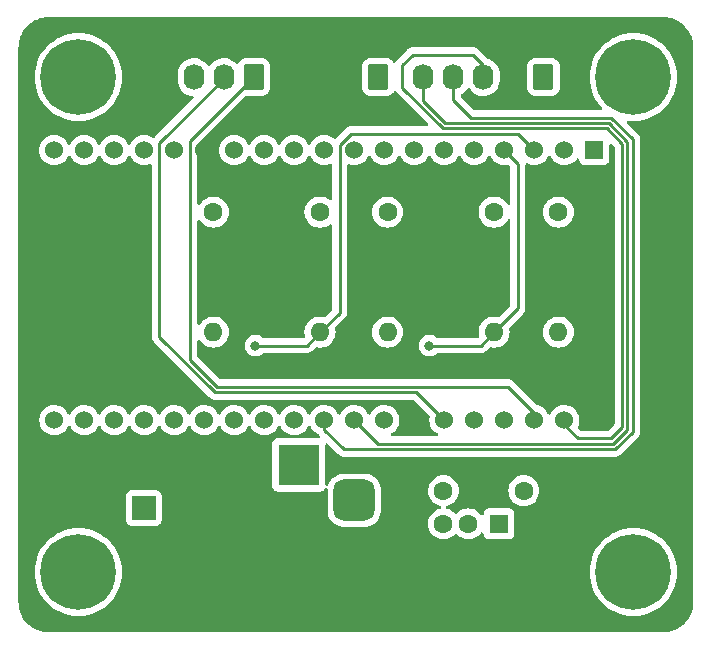
<source format=gbr>
%TF.GenerationSoftware,KiCad,Pcbnew,7.0.10*%
%TF.CreationDate,2026-01-21T09:32:35+08:00*%
%TF.ProjectId,KiCad_Esp32_LotNoDisplay,4b694361-645f-4457-9370-33325f4c6f74,rev?*%
%TF.SameCoordinates,Original*%
%TF.FileFunction,Copper,L2,Bot*%
%TF.FilePolarity,Positive*%
%FSLAX46Y46*%
G04 Gerber Fmt 4.6, Leading zero omitted, Abs format (unit mm)*
G04 Created by KiCad (PCBNEW 7.0.10) date 2026-01-21 09:32:35*
%MOMM*%
%LPD*%
G01*
G04 APERTURE LIST*
G04 Aperture macros list*
%AMRoundRect*
0 Rectangle with rounded corners*
0 $1 Rounding radius*
0 $2 $3 $4 $5 $6 $7 $8 $9 X,Y pos of 4 corners*
0 Add a 4 corners polygon primitive as box body*
4,1,4,$2,$3,$4,$5,$6,$7,$8,$9,$2,$3,0*
0 Add four circle primitives for the rounded corners*
1,1,$1+$1,$2,$3*
1,1,$1+$1,$4,$5*
1,1,$1+$1,$6,$7*
1,1,$1+$1,$8,$9*
0 Add four rect primitives between the rounded corners*
20,1,$1+$1,$2,$3,$4,$5,0*
20,1,$1+$1,$4,$5,$6,$7,0*
20,1,$1+$1,$6,$7,$8,$9,0*
20,1,$1+$1,$8,$9,$2,$3,0*%
G04 Aperture macros list end*
%TA.AperFunction,ComponentPad*%
%ADD10C,0.800000*%
%TD*%
%TA.AperFunction,ComponentPad*%
%ADD11C,6.400000*%
%TD*%
%TA.AperFunction,ComponentPad*%
%ADD12C,1.600000*%
%TD*%
%TA.AperFunction,ComponentPad*%
%ADD13O,1.600000X1.600000*%
%TD*%
%TA.AperFunction,ComponentPad*%
%ADD14RoundRect,0.250000X0.620000X0.845000X-0.620000X0.845000X-0.620000X-0.845000X0.620000X-0.845000X0*%
%TD*%
%TA.AperFunction,ComponentPad*%
%ADD15O,1.740000X2.190000*%
%TD*%
%TA.AperFunction,ComponentPad*%
%ADD16R,3.500000X3.500000*%
%TD*%
%TA.AperFunction,ComponentPad*%
%ADD17RoundRect,0.750000X1.000000X-0.750000X1.000000X0.750000X-1.000000X0.750000X-1.000000X-0.750000X0*%
%TD*%
%TA.AperFunction,ComponentPad*%
%ADD18RoundRect,0.875000X0.875000X-0.875000X0.875000X0.875000X-0.875000X0.875000X-0.875000X-0.875000X0*%
%TD*%
%TA.AperFunction,ComponentPad*%
%ADD19R,1.600000X1.600000*%
%TD*%
%TA.AperFunction,ComponentPad*%
%ADD20O,2.000000X3.500000*%
%TD*%
%TA.AperFunction,ComponentPad*%
%ADD21O,4.000000X2.000000*%
%TD*%
%TA.AperFunction,ComponentPad*%
%ADD22R,2.000000X2.000000*%
%TD*%
%TA.AperFunction,ComponentPad*%
%ADD23C,2.000000*%
%TD*%
%TA.AperFunction,ComponentPad*%
%ADD24C,1.530000*%
%TD*%
%TA.AperFunction,ComponentPad*%
%ADD25R,1.530000X1.530000*%
%TD*%
%TA.AperFunction,ViaPad*%
%ADD26C,0.800000*%
%TD*%
%TA.AperFunction,Conductor*%
%ADD27C,0.250000*%
%TD*%
G04 APERTURE END LIST*
D10*
%TO.P,H3,1*%
%TO.N,N/C*%
X74087056Y-70692944D03*
X72390000Y-69990000D03*
D11*
X72390000Y-72390000D03*
D10*
X70692944Y-70692944D03*
X70692944Y-74087056D03*
X69990000Y-72390000D03*
X72390000Y-74790000D03*
X74087056Y-74087056D03*
X74790000Y-72390000D03*
%TD*%
D12*
%TO.P,R8,1*%
%TO.N,EN*%
X66040000Y-41910000D03*
D13*
%TO.P,R8,2*%
%TO.N,+3.3V*%
X66040000Y-52070000D03*
%TD*%
D14*
%TO.P,J4,1,Pin_1*%
%TO.N,EN*%
X50800000Y-30480000D03*
D15*
%TO.P,J4,2,Pin_2*%
%TO.N,GND*%
X48260000Y-30480000D03*
%TD*%
D14*
%TO.P,J5,1,Pin_1*%
%TO.N,SCL*%
X40259000Y-30480000D03*
D15*
%TO.P,J5,2,Pin_2*%
%TO.N,SDA*%
X37719000Y-30480000D03*
%TO.P,J5,3,Pin_3*%
%TO.N,+5V*%
X35179000Y-30480000D03*
%TO.P,J5,4,Pin_4*%
%TO.N,GND*%
X32639000Y-30480000D03*
%TD*%
D12*
%TO.P,R5,1*%
%TO.N,+3.3V*%
X45853332Y-41910000D03*
D13*
%TO.P,R5,2*%
%TO.N,PS2-Data*%
X45853332Y-52070000D03*
%TD*%
D16*
%TO.P,J3,1,Pin_1*%
%TO.N,+5V*%
X44058870Y-63311280D03*
D17*
%TO.P,J3,2,Pin_2*%
%TO.N,GND*%
X44058870Y-69311280D03*
D18*
%TO.P,J3,3*%
%TO.N,N/C*%
X48758870Y-66311280D03*
%TD*%
D10*
%TO.P,H1,1*%
%TO.N,N/C*%
X25400000Y-28080000D03*
X27097056Y-32177056D03*
X27800000Y-30480000D03*
X23000000Y-30480000D03*
X27097056Y-28782944D03*
X23702944Y-32177056D03*
X25400000Y-32880000D03*
D11*
X25400000Y-30480000D03*
D10*
X23702944Y-28782944D03*
%TD*%
D19*
%TO.P,J1,1,Data*%
%TO.N,Net-(J1-Pad1)*%
X61007541Y-68302941D03*
D12*
%TO.P,J1,2*%
%TO.N,unconnected-(J1-Pad2)*%
X58407541Y-68302941D03*
%TO.P,J1,3,GND*%
%TO.N,GND*%
X63107541Y-68302941D03*
%TO.P,J1,4,+5V*%
%TO.N,+5V*%
X56307541Y-68302941D03*
%TO.P,J1,5,CLK*%
%TO.N,Net-(J1-Pad5)*%
X63107541Y-65502941D03*
%TO.P,J1,6*%
%TO.N,unconnected-(J1-Pad6)*%
X56307541Y-65502941D03*
D20*
%TO.P,J1,7,GND*%
%TO.N,GND*%
X52857541Y-71152941D03*
X66557541Y-71152941D03*
D21*
X59707541Y-71952941D03*
%TD*%
D10*
%TO.P,H2,1*%
%TO.N,N/C*%
X74087056Y-32177056D03*
X72390000Y-32880000D03*
X72390000Y-28080000D03*
X69990000Y-30480000D03*
D11*
X72390000Y-30480000D03*
D10*
X74087056Y-28782944D03*
X70692944Y-28782944D03*
X70692944Y-32177056D03*
X74790000Y-30480000D03*
%TD*%
D12*
%TO.P,R4,1*%
%TO.N,+5V*%
X36830000Y-41910000D03*
D13*
%TO.P,R4,2*%
%TO.N,Net-(J1-Pad1)*%
X36830000Y-52070000D03*
%TD*%
D12*
%TO.P,R2,1*%
%TO.N,+5V*%
X51568330Y-41910000D03*
D13*
%TO.P,R2,2*%
%TO.N,Net-(J1-Pad5)*%
X51568330Y-52070000D03*
%TD*%
D22*
%TO.P,C1,1*%
%TO.N,+5V*%
X30927924Y-66955043D03*
D23*
%TO.P,C1,2*%
%TO.N,GND*%
X35927924Y-66955043D03*
%TD*%
D10*
%TO.P,H4,1*%
%TO.N,N/C*%
X23702944Y-70692944D03*
X27800000Y-72390000D03*
X27097056Y-70692944D03*
X25400000Y-69990000D03*
X23702944Y-74087056D03*
X27097056Y-74087056D03*
D11*
X25400000Y-72390000D03*
D10*
X23000000Y-72390000D03*
X25400000Y-74790000D03*
%TD*%
D14*
%TO.P,J2,1,Pin_1*%
%TO.N,+5V*%
X64770000Y-30480000D03*
D15*
%TO.P,J2,2,Pin_2*%
%TO.N,GND*%
X62230000Y-30480000D03*
%TO.P,J2,3,Pin_3*%
%TO.N,DIN*%
X59690000Y-30480000D03*
%TO.P,J2,4,Pin_4*%
%TO.N,CS*%
X57150000Y-30480000D03*
%TO.P,J2,5,Pin_5*%
%TO.N,CLK*%
X54610000Y-30480000D03*
%TD*%
D24*
%TO.P,U2,38,GND3*%
%TO.N,GND*%
X69085475Y-59518806D03*
%TO.P,U2,37,IO23*%
%TO.N,DIN*%
X66545475Y-59518806D03*
%TO.P,U2,36,IO22*%
%TO.N,SCL*%
X64005475Y-59518806D03*
%TO.P,U2,35,TXD0*%
%TO.N,unconnected-(U2-Pad35)*%
X61465475Y-59518806D03*
%TO.P,U2,34,RXD0*%
%TO.N,unconnected-(U2-Pad34)*%
X58925475Y-59518806D03*
%TO.P,U2,33,IO21*%
%TO.N,SDA*%
X56385475Y-59518806D03*
%TO.P,U2,32,GND2*%
%TO.N,GND*%
X53845475Y-59518806D03*
%TO.P,U2,31,IO19*%
%TO.N,unconnected-(U2-Pad31)*%
X51305475Y-59518806D03*
%TO.P,U2,30,IO18*%
%TO.N,CLK*%
X48765475Y-59518806D03*
%TO.P,U2,29,IO5*%
%TO.N,CS*%
X46225475Y-59518806D03*
%TO.P,U2,28,IO17*%
%TO.N,unconnected-(U2-Pad28)*%
X43685475Y-59518806D03*
%TO.P,U2,27,IO16*%
%TO.N,unconnected-(U2-Pad27)*%
X41145475Y-59518806D03*
%TO.P,U2,26,IO4*%
%TO.N,unconnected-(U2-Pad26)*%
X38605475Y-59518806D03*
%TO.P,U2,25,IO0*%
%TO.N,unconnected-(U2-Pad25)*%
X36065475Y-59518806D03*
%TO.P,U2,24,IO2*%
%TO.N,unconnected-(U2-Pad24)*%
X33525475Y-59518806D03*
%TO.P,U2,23,IO15*%
%TO.N,unconnected-(U2-Pad23)*%
X30985475Y-59518806D03*
%TO.P,U2,22,SD1*%
%TO.N,unconnected-(U2-Pad22)*%
X28445475Y-59518806D03*
%TO.P,U2,21,SD0*%
%TO.N,unconnected-(U2-Pad21)*%
X25905475Y-59518806D03*
%TO.P,U2,20,CLK*%
%TO.N,unconnected-(U2-Pad20)*%
X23365475Y-59518806D03*
%TO.P,U2,19,EXT_5V*%
%TO.N,+5V*%
X23355475Y-36658806D03*
%TO.P,U2,18,CMD*%
%TO.N,unconnected-(U2-Pad18)*%
X25895475Y-36658806D03*
%TO.P,U2,17,SD3*%
%TO.N,unconnected-(U2-Pad17)*%
X28435475Y-36658806D03*
%TO.P,U2,16,SD2*%
%TO.N,unconnected-(U2-Pad16)*%
X30975475Y-36658806D03*
%TO.P,U2,15,IO13*%
%TO.N,unconnected-(U2-Pad15)*%
X33515475Y-36658806D03*
%TO.P,U2,14,GND1*%
%TO.N,GND*%
X36055475Y-36658806D03*
%TO.P,U2,13,IO12*%
%TO.N,unconnected-(U2-Pad13)*%
X38595475Y-36658806D03*
%TO.P,U2,12,IO14*%
%TO.N,unconnected-(U2-Pad12)*%
X41135475Y-36658806D03*
%TO.P,U2,11,IO27*%
%TO.N,unconnected-(U2-Pad11)*%
X43675475Y-36658806D03*
%TO.P,U2,10,IO26*%
%TO.N,unconnected-(U2-Pad10)*%
X46215475Y-36658806D03*
%TO.P,U2,9,IO25*%
%TO.N,unconnected-(U2-Pad9)*%
X48755475Y-36658806D03*
%TO.P,U2,8,IO33*%
%TO.N,unconnected-(U2-Pad8)*%
X51295475Y-36658806D03*
%TO.P,U2,7,IO32*%
%TO.N,unconnected-(U2-Pad7)*%
X53835475Y-36658806D03*
%TO.P,U2,6,IO35*%
%TO.N,unconnected-(U2-Pad6)*%
X56375475Y-36658806D03*
%TO.P,U2,5,IO34*%
%TO.N,unconnected-(U2-Pad5)*%
X58915475Y-36658806D03*
%TO.P,U2,4,IO39*%
%TO.N,PS2-CLK*%
X61455475Y-36658806D03*
%TO.P,U2,3,IO36*%
%TO.N,PS2-Data*%
X63995475Y-36658806D03*
%TO.P,U2,2,EN*%
%TO.N,EN*%
X66535475Y-36658806D03*
D25*
%TO.P,U2,1,3V3*%
%TO.N,+3.3V*%
X69075475Y-36658806D03*
%TD*%
D12*
%TO.P,R3,1*%
%TO.N,+3.3V*%
X60591662Y-41910000D03*
D13*
%TO.P,R3,2*%
%TO.N,PS2-CLK*%
X60591662Y-52070000D03*
%TD*%
D26*
%TO.N,PS2-CLK*%
X55118000Y-53213000D03*
%TO.N,PS2-Data*%
X40386000Y-53213000D03*
%TD*%
D27*
%TO.N,DIN*%
X70493208Y-61076000D02*
X67680000Y-61076000D01*
X56272000Y-34809000D02*
X70113604Y-34809000D01*
X52832000Y-29464000D02*
X52832000Y-31369000D01*
X53721000Y-28575000D02*
X52832000Y-29464000D01*
X59690000Y-30480000D02*
X59690000Y-29464000D01*
X71432000Y-36127396D02*
X71432000Y-60137208D01*
X59690000Y-29464000D02*
X58801000Y-28575000D01*
X70113604Y-34809000D02*
X71432000Y-36127396D01*
X66545475Y-59941475D02*
X66545475Y-59518806D01*
X58801000Y-28575000D02*
X53721000Y-28575000D01*
X67680000Y-61076000D02*
X66545475Y-59941475D01*
X71432000Y-60137208D02*
X70493208Y-61076000D01*
X52832000Y-31369000D02*
X56272000Y-34809000D01*
%TO.N,CS*%
X57150000Y-32383604D02*
X58675396Y-33909000D01*
X72332000Y-35754604D02*
X72332000Y-60510000D01*
X72332000Y-60510000D02*
X70866000Y-61976000D01*
X58675396Y-33909000D02*
X70486396Y-33909000D01*
X70486396Y-33909000D02*
X72332000Y-35754604D01*
X70866000Y-61976000D02*
X47879000Y-61976000D01*
X46225475Y-60322475D02*
X46225475Y-59518806D01*
X57150000Y-30480000D02*
X57150000Y-32383604D01*
X47879000Y-61976000D02*
X46225475Y-60322475D01*
%TO.N,PS2-CLK*%
X61455475Y-36658806D02*
X62611000Y-37814331D01*
X59448662Y-53213000D02*
X60591662Y-52070000D01*
X55118000Y-53213000D02*
X59448662Y-53213000D01*
X62611000Y-50050662D02*
X60591662Y-52070000D01*
X62611000Y-37814331D02*
X62611000Y-50050662D01*
%TO.N,PS2-Data*%
X43688000Y-53213000D02*
X44710332Y-53213000D01*
X40386000Y-53213000D02*
X43688000Y-53213000D01*
X48483952Y-35259000D02*
X47508766Y-36234186D01*
X44710332Y-53213000D02*
X45853332Y-52070000D01*
X62595669Y-35259000D02*
X48483952Y-35259000D01*
X63995475Y-36658806D02*
X62595669Y-35259000D01*
X47508766Y-36234186D02*
X47508766Y-50414566D01*
X47508766Y-50414566D02*
X45853332Y-52070000D01*
%TO.N,CLK*%
X54610000Y-32510604D02*
X56458396Y-34359000D01*
X71882000Y-35941000D02*
X71882000Y-60323604D01*
X70679604Y-61526000D02*
X50772669Y-61526000D01*
X71882000Y-60323604D02*
X70679604Y-61526000D01*
X50772669Y-61526000D02*
X48765475Y-59518806D01*
X56458396Y-34359000D02*
X70300000Y-34359000D01*
X70300000Y-34359000D02*
X71882000Y-35941000D01*
X54610000Y-30480000D02*
X54610000Y-32510604D01*
%TO.N,SCL*%
X61780000Y-56700000D02*
X64005475Y-58925475D01*
X34842262Y-54400262D02*
X37142000Y-56700000D01*
X34842262Y-35896738D02*
X34842262Y-54400262D01*
X40259000Y-30480000D02*
X34842262Y-35896738D01*
X37142000Y-56700000D02*
X61780000Y-56700000D01*
X64005475Y-58925475D02*
X64005475Y-59518806D01*
%TO.N,SDA*%
X32258000Y-36068000D02*
X37719000Y-30607000D01*
X54016669Y-57150000D02*
X36955604Y-57150000D01*
X36955604Y-57150000D02*
X32258000Y-52452396D01*
X56385475Y-59518806D02*
X54016669Y-57150000D01*
X32258000Y-52452396D02*
X32258000Y-36068000D01*
X37719000Y-30607000D02*
X37719000Y-30480000D01*
%TD*%
%TA.AperFunction,Conductor*%
%TO.N,GND*%
G36*
X74933525Y-25400697D02*
G01*
X75045674Y-25406996D01*
X75214224Y-25417192D01*
X75227707Y-25418740D01*
X75359684Y-25441164D01*
X75361061Y-25441407D01*
X75506104Y-25467988D01*
X75518250Y-25470842D01*
X75650720Y-25509006D01*
X75653297Y-25509779D01*
X75790072Y-25552400D01*
X75800774Y-25556275D01*
X75880227Y-25589186D01*
X75929674Y-25609668D01*
X75933122Y-25611157D01*
X76058723Y-25667685D01*
X76062217Y-25669258D01*
X76071451Y-25673878D01*
X76194350Y-25741802D01*
X76198487Y-25744194D01*
X76318926Y-25817002D01*
X76326638Y-25822059D01*
X76441509Y-25903564D01*
X76446285Y-25907127D01*
X76556702Y-25993633D01*
X76562955Y-25998867D01*
X76668086Y-26092817D01*
X76673222Y-26097673D01*
X76772325Y-26196776D01*
X76777181Y-26201912D01*
X76871131Y-26307043D01*
X76876365Y-26313296D01*
X76962871Y-26423713D01*
X76966447Y-26428506D01*
X77047929Y-26543344D01*
X77052996Y-26551072D01*
X77125780Y-26671470D01*
X77128216Y-26675682D01*
X77153940Y-26722226D01*
X77196120Y-26798547D01*
X77200740Y-26807781D01*
X77258821Y-26936830D01*
X77260330Y-26940324D01*
X77313719Y-27069214D01*
X77317606Y-27079948D01*
X77360215Y-27216688D01*
X77360996Y-27219292D01*
X77399153Y-27351738D01*
X77402013Y-27363907D01*
X77428570Y-27508822D01*
X77428854Y-27510428D01*
X77451257Y-27642284D01*
X77452807Y-27655782D01*
X77462990Y-27824127D01*
X77463022Y-27824669D01*
X77469302Y-27936473D01*
X77469500Y-27943539D01*
X77469500Y-74926460D01*
X77469302Y-74933526D01*
X77463022Y-75045329D01*
X77462990Y-75045871D01*
X77452807Y-75214216D01*
X77451257Y-75227714D01*
X77428854Y-75359570D01*
X77428570Y-75361176D01*
X77402013Y-75506091D01*
X77399153Y-75518260D01*
X77360996Y-75650706D01*
X77360215Y-75653310D01*
X77317606Y-75790050D01*
X77313719Y-75800784D01*
X77260330Y-75929674D01*
X77258821Y-75933168D01*
X77200740Y-76062217D01*
X77196120Y-76071451D01*
X77128231Y-76194290D01*
X77125780Y-76198528D01*
X77052996Y-76318926D01*
X77047929Y-76326654D01*
X76966447Y-76441492D01*
X76962871Y-76446285D01*
X76876365Y-76556702D01*
X76871131Y-76562955D01*
X76777181Y-76668086D01*
X76772325Y-76673222D01*
X76673222Y-76772325D01*
X76668086Y-76777181D01*
X76562955Y-76871131D01*
X76556702Y-76876365D01*
X76446285Y-76962871D01*
X76441492Y-76966447D01*
X76326654Y-77047929D01*
X76318926Y-77052996D01*
X76198528Y-77125780D01*
X76194290Y-77128231D01*
X76071451Y-77196120D01*
X76062217Y-77200740D01*
X75933168Y-77258821D01*
X75929674Y-77260330D01*
X75800784Y-77313719D01*
X75790050Y-77317606D01*
X75653310Y-77360215D01*
X75650706Y-77360996D01*
X75518260Y-77399153D01*
X75506091Y-77402013D01*
X75361176Y-77428570D01*
X75359570Y-77428854D01*
X75227714Y-77451257D01*
X75214216Y-77452807D01*
X75045871Y-77462990D01*
X75045329Y-77463022D01*
X74939992Y-77468938D01*
X74933524Y-77469302D01*
X74926461Y-77469500D01*
X22863539Y-77469500D01*
X22856475Y-77469302D01*
X22849383Y-77468903D01*
X22744669Y-77463022D01*
X22744127Y-77462990D01*
X22575782Y-77452807D01*
X22562284Y-77451257D01*
X22430428Y-77428854D01*
X22428822Y-77428570D01*
X22283907Y-77402013D01*
X22271738Y-77399153D01*
X22139292Y-77360996D01*
X22136688Y-77360215D01*
X21999948Y-77317606D01*
X21989214Y-77313719D01*
X21860324Y-77260330D01*
X21856830Y-77258821D01*
X21727781Y-77200740D01*
X21718547Y-77196120D01*
X21642226Y-77153940D01*
X21595682Y-77128216D01*
X21591470Y-77125780D01*
X21471072Y-77052996D01*
X21463344Y-77047929D01*
X21348506Y-76966447D01*
X21343713Y-76962871D01*
X21233296Y-76876365D01*
X21227043Y-76871131D01*
X21121912Y-76777181D01*
X21116776Y-76772325D01*
X21017673Y-76673222D01*
X21012817Y-76668086D01*
X20918867Y-76562955D01*
X20913633Y-76556702D01*
X20827127Y-76446285D01*
X20823564Y-76441509D01*
X20742059Y-76326638D01*
X20737002Y-76318926D01*
X20664194Y-76198487D01*
X20661802Y-76194350D01*
X20593878Y-76071451D01*
X20589258Y-76062217D01*
X20571355Y-76022438D01*
X20531157Y-75933122D01*
X20529668Y-75929674D01*
X20476279Y-75800784D01*
X20472400Y-75790072D01*
X20429779Y-75653297D01*
X20429002Y-75650706D01*
X20424307Y-75634409D01*
X20390842Y-75518250D01*
X20387988Y-75506104D01*
X20361407Y-75361061D01*
X20361164Y-75359684D01*
X20338740Y-75227707D01*
X20337191Y-75214216D01*
X20326996Y-75045675D01*
X20320697Y-74933525D01*
X20320500Y-74926462D01*
X20320500Y-72390006D01*
X21686411Y-72390006D01*
X21706752Y-72778167D01*
X21767561Y-73162097D01*
X21868168Y-73537568D01*
X22007463Y-73900443D01*
X22007467Y-73900451D01*
X22183938Y-74246795D01*
X22395637Y-74572785D01*
X22395649Y-74572802D01*
X22640253Y-74874862D01*
X22640267Y-74874877D01*
X22915122Y-75149732D01*
X22915137Y-75149746D01*
X23217197Y-75394350D01*
X23217214Y-75394362D01*
X23372326Y-75495092D01*
X23543205Y-75606062D01*
X23889547Y-75782532D01*
X23889551Y-75782533D01*
X23889556Y-75782536D01*
X24252431Y-75921831D01*
X24252436Y-75921832D01*
X24252438Y-75921833D01*
X24627901Y-76022438D01*
X25011824Y-76083246D01*
X25011826Y-76083246D01*
X25011832Y-76083247D01*
X25399994Y-76103589D01*
X25400000Y-76103589D01*
X25400006Y-76103589D01*
X25788167Y-76083247D01*
X25788171Y-76083246D01*
X25788176Y-76083246D01*
X26172099Y-76022438D01*
X26547562Y-75921833D01*
X26547565Y-75921831D01*
X26547568Y-75921831D01*
X26910443Y-75782536D01*
X26910444Y-75782535D01*
X26910453Y-75782532D01*
X27256795Y-75606062D01*
X27582793Y-75394357D01*
X27623910Y-75361061D01*
X27884862Y-75149746D01*
X27884867Y-75149740D01*
X27884876Y-75149734D01*
X28159734Y-74874876D01*
X28159740Y-74874867D01*
X28159746Y-74874862D01*
X28404350Y-74572802D01*
X28404351Y-74572799D01*
X28404357Y-74572793D01*
X28616062Y-74246795D01*
X28792532Y-73900453D01*
X28931833Y-73537562D01*
X29032438Y-73162099D01*
X29093246Y-72778176D01*
X29093246Y-72778171D01*
X29093247Y-72778167D01*
X29113589Y-72390006D01*
X68676411Y-72390006D01*
X68696752Y-72778167D01*
X68757561Y-73162097D01*
X68858168Y-73537568D01*
X68997463Y-73900443D01*
X68997467Y-73900451D01*
X69173938Y-74246795D01*
X69385637Y-74572785D01*
X69385649Y-74572802D01*
X69630253Y-74874862D01*
X69630267Y-74874877D01*
X69905122Y-75149732D01*
X69905137Y-75149746D01*
X70207197Y-75394350D01*
X70207214Y-75394362D01*
X70362326Y-75495092D01*
X70533205Y-75606062D01*
X70879547Y-75782532D01*
X70879551Y-75782533D01*
X70879556Y-75782536D01*
X71242431Y-75921831D01*
X71242436Y-75921832D01*
X71242438Y-75921833D01*
X71617901Y-76022438D01*
X72001824Y-76083246D01*
X72001826Y-76083246D01*
X72001832Y-76083247D01*
X72389994Y-76103589D01*
X72390000Y-76103589D01*
X72390006Y-76103589D01*
X72778167Y-76083247D01*
X72778171Y-76083246D01*
X72778176Y-76083246D01*
X73162099Y-76022438D01*
X73537562Y-75921833D01*
X73537565Y-75921831D01*
X73537568Y-75921831D01*
X73900443Y-75782536D01*
X73900444Y-75782535D01*
X73900453Y-75782532D01*
X74246795Y-75606062D01*
X74572793Y-75394357D01*
X74613910Y-75361061D01*
X74874862Y-75149746D01*
X74874867Y-75149740D01*
X74874876Y-75149734D01*
X75149734Y-74874876D01*
X75149740Y-74874867D01*
X75149746Y-74874862D01*
X75394350Y-74572802D01*
X75394351Y-74572799D01*
X75394357Y-74572793D01*
X75606062Y-74246795D01*
X75782532Y-73900453D01*
X75921833Y-73537562D01*
X76022438Y-73162099D01*
X76083246Y-72778176D01*
X76083246Y-72778171D01*
X76083247Y-72778167D01*
X76103589Y-72390006D01*
X76103589Y-72389993D01*
X76083247Y-72001832D01*
X76022438Y-71617902D01*
X75921831Y-71242431D01*
X75782536Y-70879556D01*
X75782532Y-70879548D01*
X75782532Y-70879547D01*
X75606062Y-70533206D01*
X75394357Y-70207207D01*
X75394354Y-70207203D01*
X75394352Y-70207200D01*
X75149746Y-69905137D01*
X75149732Y-69905122D01*
X74874877Y-69630267D01*
X74874862Y-69630253D01*
X74572802Y-69385649D01*
X74572785Y-69385637D01*
X74246795Y-69173938D01*
X73900451Y-68997467D01*
X73900443Y-68997463D01*
X73537568Y-68858168D01*
X73162097Y-68757561D01*
X72778167Y-68696752D01*
X72390006Y-68676411D01*
X72389994Y-68676411D01*
X72001832Y-68696752D01*
X71617902Y-68757561D01*
X71242431Y-68858168D01*
X70879556Y-68997463D01*
X70879548Y-68997467D01*
X70533205Y-69173938D01*
X70207203Y-69385645D01*
X70207200Y-69385647D01*
X69905137Y-69630253D01*
X69905122Y-69630267D01*
X69630267Y-69905122D01*
X69630253Y-69905137D01*
X69385647Y-70207200D01*
X69385645Y-70207203D01*
X69173938Y-70533205D01*
X68997467Y-70879548D01*
X68997463Y-70879556D01*
X68858168Y-71242431D01*
X68757561Y-71617902D01*
X68696752Y-72001832D01*
X68676411Y-72389993D01*
X68676411Y-72390006D01*
X29113589Y-72390006D01*
X29113589Y-72389993D01*
X29093247Y-72001832D01*
X29032438Y-71617902D01*
X28931831Y-71242431D01*
X28792536Y-70879556D01*
X28792532Y-70879548D01*
X28792532Y-70879547D01*
X28616062Y-70533206D01*
X28404357Y-70207207D01*
X28404354Y-70207203D01*
X28404352Y-70207200D01*
X28159746Y-69905137D01*
X28159732Y-69905122D01*
X27884877Y-69630267D01*
X27884862Y-69630253D01*
X27582802Y-69385649D01*
X27582785Y-69385637D01*
X27256795Y-69173938D01*
X26910451Y-68997467D01*
X26910443Y-68997463D01*
X26547568Y-68858168D01*
X26172097Y-68757561D01*
X25788167Y-68696752D01*
X25400006Y-68676411D01*
X25399994Y-68676411D01*
X25011832Y-68696752D01*
X24627902Y-68757561D01*
X24252431Y-68858168D01*
X23889556Y-68997463D01*
X23889548Y-68997467D01*
X23543205Y-69173938D01*
X23217203Y-69385645D01*
X23217200Y-69385647D01*
X22915137Y-69630253D01*
X22915122Y-69630267D01*
X22640267Y-69905122D01*
X22640253Y-69905137D01*
X22395647Y-70207200D01*
X22395645Y-70207203D01*
X22183938Y-70533205D01*
X22007467Y-70879548D01*
X22007463Y-70879556D01*
X21868168Y-71242431D01*
X21767561Y-71617902D01*
X21706752Y-72001832D01*
X21686411Y-72389993D01*
X21686411Y-72390006D01*
X20320500Y-72390006D01*
X20320500Y-68003692D01*
X29419424Y-68003692D01*
X29425933Y-68064239D01*
X29425935Y-68064247D01*
X29477034Y-68201245D01*
X29477036Y-68201250D01*
X29564662Y-68318304D01*
X29681716Y-68405930D01*
X29681718Y-68405931D01*
X29681720Y-68405932D01*
X29740799Y-68427967D01*
X29818719Y-68457031D01*
X29818727Y-68457033D01*
X29879274Y-68463542D01*
X29879279Y-68463542D01*
X29879286Y-68463543D01*
X29879292Y-68463543D01*
X31976556Y-68463543D01*
X31976562Y-68463543D01*
X31976569Y-68463542D01*
X31976573Y-68463542D01*
X32037120Y-68457033D01*
X32037123Y-68457032D01*
X32037125Y-68457032D01*
X32174128Y-68405932D01*
X32291185Y-68318304D01*
X32378813Y-68201247D01*
X32429913Y-68064244D01*
X32436424Y-68003681D01*
X32436424Y-65906405D01*
X32436423Y-65906393D01*
X32429914Y-65845846D01*
X32429912Y-65845838D01*
X32378813Y-65708840D01*
X32378811Y-65708835D01*
X32291185Y-65591781D01*
X32174131Y-65504155D01*
X32174126Y-65504153D01*
X32037128Y-65453054D01*
X32037120Y-65453052D01*
X31976573Y-65446543D01*
X31976562Y-65446543D01*
X29879286Y-65446543D01*
X29879274Y-65446543D01*
X29818727Y-65453052D01*
X29818719Y-65453054D01*
X29681721Y-65504153D01*
X29681716Y-65504155D01*
X29564662Y-65591781D01*
X29477036Y-65708835D01*
X29477034Y-65708840D01*
X29425935Y-65845838D01*
X29425933Y-65845846D01*
X29419424Y-65906393D01*
X29419424Y-68003692D01*
X20320500Y-68003692D01*
X20320500Y-36658806D01*
X22077110Y-36658806D01*
X22096531Y-36880792D01*
X22126339Y-36992037D01*
X22154204Y-37096031D01*
X22154206Y-37096036D01*
X22248377Y-37297988D01*
X22376193Y-37480526D01*
X22533754Y-37638087D01*
X22533757Y-37638089D01*
X22533758Y-37638090D01*
X22716292Y-37765903D01*
X22918248Y-37860076D01*
X23133489Y-37917750D01*
X23355475Y-37937171D01*
X23577461Y-37917750D01*
X23792702Y-37860076D01*
X23994658Y-37765903D01*
X24177192Y-37638090D01*
X24334759Y-37480523D01*
X24462572Y-37297989D01*
X24511280Y-37193534D01*
X24558197Y-37140248D01*
X24626474Y-37120787D01*
X24694434Y-37141328D01*
X24739670Y-37193534D01*
X24788375Y-37297984D01*
X24788377Y-37297987D01*
X24788378Y-37297989D01*
X24827148Y-37353358D01*
X24916193Y-37480526D01*
X25073754Y-37638087D01*
X25073757Y-37638089D01*
X25073758Y-37638090D01*
X25256292Y-37765903D01*
X25458248Y-37860076D01*
X25673489Y-37917750D01*
X25895475Y-37937171D01*
X26117461Y-37917750D01*
X26332702Y-37860076D01*
X26534658Y-37765903D01*
X26717192Y-37638090D01*
X26874759Y-37480523D01*
X27002572Y-37297989D01*
X27051280Y-37193534D01*
X27098197Y-37140248D01*
X27166474Y-37120787D01*
X27234434Y-37141328D01*
X27279670Y-37193534D01*
X27328375Y-37297984D01*
X27328377Y-37297987D01*
X27328378Y-37297989D01*
X27367148Y-37353358D01*
X27456193Y-37480526D01*
X27613754Y-37638087D01*
X27613757Y-37638089D01*
X27613758Y-37638090D01*
X27796292Y-37765903D01*
X27998248Y-37860076D01*
X28213489Y-37917750D01*
X28435475Y-37937171D01*
X28657461Y-37917750D01*
X28872702Y-37860076D01*
X29074658Y-37765903D01*
X29257192Y-37638090D01*
X29414759Y-37480523D01*
X29542572Y-37297989D01*
X29591280Y-37193534D01*
X29638197Y-37140248D01*
X29706474Y-37120787D01*
X29774434Y-37141328D01*
X29819670Y-37193534D01*
X29868375Y-37297984D01*
X29868377Y-37297987D01*
X29868378Y-37297989D01*
X29907148Y-37353358D01*
X29996193Y-37480526D01*
X30153754Y-37638087D01*
X30153757Y-37638089D01*
X30153758Y-37638090D01*
X30336292Y-37765903D01*
X30538248Y-37860076D01*
X30753489Y-37917750D01*
X30975475Y-37937171D01*
X31197461Y-37917750D01*
X31412702Y-37860076D01*
X31445249Y-37844898D01*
X31515440Y-37834237D01*
X31580253Y-37863216D01*
X31619110Y-37922635D01*
X31624500Y-37959093D01*
X31624500Y-52368542D01*
X31622751Y-52384384D01*
X31623044Y-52384412D01*
X31622298Y-52392303D01*
X31624438Y-52460380D01*
X31624500Y-52464339D01*
X31624500Y-52492247D01*
X31624501Y-52492265D01*
X31625007Y-52496273D01*
X31625937Y-52508092D01*
X31627326Y-52552284D01*
X31627327Y-52552289D01*
X31632977Y-52571735D01*
X31636986Y-52591093D01*
X31639525Y-52611189D01*
X31639526Y-52611196D01*
X31655800Y-52652299D01*
X31659644Y-52663525D01*
X31671982Y-52705989D01*
X31682294Y-52723427D01*
X31690988Y-52741175D01*
X31698444Y-52760005D01*
X31698450Y-52760016D01*
X31724432Y-52795777D01*
X31730949Y-52805697D01*
X31753458Y-52843758D01*
X31753459Y-52843759D01*
X31753461Y-52843762D01*
X31767779Y-52858080D01*
X31780617Y-52873110D01*
X31792526Y-52889500D01*
X31792530Y-52889505D01*
X31826598Y-52917688D01*
X31835378Y-52925678D01*
X36448357Y-57538657D01*
X36458324Y-57551097D01*
X36458551Y-57550910D01*
X36463603Y-57557017D01*
X36513270Y-57603657D01*
X36516114Y-57606414D01*
X36535830Y-57626131D01*
X36539027Y-57628611D01*
X36548048Y-57636316D01*
X36580283Y-57666586D01*
X36580284Y-57666586D01*
X36580286Y-57666588D01*
X36598033Y-57676344D01*
X36614563Y-57687202D01*
X36630563Y-57699613D01*
X36671140Y-57717172D01*
X36681791Y-57722390D01*
X36720544Y-57743695D01*
X36740166Y-57748733D01*
X36758867Y-57755135D01*
X36771418Y-57760567D01*
X36777456Y-57763180D01*
X36777457Y-57763180D01*
X36777459Y-57763181D01*
X36821134Y-57770098D01*
X36832745Y-57772502D01*
X36875574Y-57783500D01*
X36895828Y-57783500D01*
X36915538Y-57785051D01*
X36917745Y-57785400D01*
X36935547Y-57788220D01*
X36979565Y-57784058D01*
X36991423Y-57783500D01*
X53702075Y-57783500D01*
X53770196Y-57803502D01*
X53791170Y-57820405D01*
X55104899Y-59134134D01*
X55138925Y-59196446D01*
X55137511Y-59255839D01*
X55126532Y-59296814D01*
X55126531Y-59296817D01*
X55126531Y-59296820D01*
X55107110Y-59518806D01*
X55126531Y-59740792D01*
X55148455Y-59822613D01*
X55184204Y-59956031D01*
X55184206Y-59956036D01*
X55278377Y-60157988D01*
X55406193Y-60340526D01*
X55563754Y-60498087D01*
X55563757Y-60498089D01*
X55563758Y-60498090D01*
X55746292Y-60625903D01*
X55746295Y-60625904D01*
X55746296Y-60625905D01*
X55802911Y-60652305D01*
X55856197Y-60699222D01*
X55875658Y-60767499D01*
X55855117Y-60835459D01*
X55801094Y-60881525D01*
X55749662Y-60892500D01*
X51941288Y-60892500D01*
X51873167Y-60872498D01*
X51826674Y-60818842D01*
X51816570Y-60748568D01*
X51846064Y-60683988D01*
X51888039Y-60652305D01*
X51917408Y-60638610D01*
X51944658Y-60625903D01*
X52127192Y-60498090D01*
X52284759Y-60340523D01*
X52412572Y-60157989D01*
X52506745Y-59956033D01*
X52564419Y-59740792D01*
X52583840Y-59518806D01*
X52564419Y-59296820D01*
X52506745Y-59081579D01*
X52412572Y-58879624D01*
X52284759Y-58697089D01*
X52284758Y-58697088D01*
X52284755Y-58697084D01*
X52127195Y-58539524D01*
X52090530Y-58513851D01*
X51944658Y-58411709D01*
X51944656Y-58411708D01*
X51944657Y-58411708D01*
X51742705Y-58317537D01*
X51742700Y-58317535D01*
X51638705Y-58289670D01*
X51527461Y-58259862D01*
X51305475Y-58240441D01*
X51083489Y-58259862D01*
X51039541Y-58271638D01*
X50868249Y-58317535D01*
X50868244Y-58317537D01*
X50666296Y-58411707D01*
X50483757Y-58539522D01*
X50483753Y-58539525D01*
X50326194Y-58697084D01*
X50326191Y-58697088D01*
X50198376Y-58879627D01*
X50149670Y-58984078D01*
X50102752Y-59037363D01*
X50034475Y-59056824D01*
X49966515Y-59036282D01*
X49921280Y-58984078D01*
X49872573Y-58879627D01*
X49872572Y-58879625D01*
X49872572Y-58879624D01*
X49744759Y-58697089D01*
X49744758Y-58697088D01*
X49744755Y-58697084D01*
X49587195Y-58539524D01*
X49550530Y-58513851D01*
X49404658Y-58411709D01*
X49404656Y-58411708D01*
X49404657Y-58411708D01*
X49202705Y-58317537D01*
X49202700Y-58317535D01*
X49098705Y-58289670D01*
X48987461Y-58259862D01*
X48765475Y-58240441D01*
X48543489Y-58259862D01*
X48499541Y-58271638D01*
X48328249Y-58317535D01*
X48328244Y-58317537D01*
X48126296Y-58411707D01*
X47943757Y-58539522D01*
X47943753Y-58539525D01*
X47786194Y-58697084D01*
X47786191Y-58697088D01*
X47658376Y-58879627D01*
X47609670Y-58984078D01*
X47562752Y-59037363D01*
X47494475Y-59056824D01*
X47426515Y-59036282D01*
X47381280Y-58984078D01*
X47332573Y-58879627D01*
X47332572Y-58879625D01*
X47332572Y-58879624D01*
X47204759Y-58697089D01*
X47204758Y-58697088D01*
X47204755Y-58697084D01*
X47047195Y-58539524D01*
X47010530Y-58513851D01*
X46864658Y-58411709D01*
X46864656Y-58411708D01*
X46864657Y-58411708D01*
X46662705Y-58317537D01*
X46662700Y-58317535D01*
X46558705Y-58289670D01*
X46447461Y-58259862D01*
X46225475Y-58240441D01*
X46003489Y-58259862D01*
X45959541Y-58271638D01*
X45788249Y-58317535D01*
X45788244Y-58317537D01*
X45586296Y-58411707D01*
X45403757Y-58539522D01*
X45403753Y-58539525D01*
X45246194Y-58697084D01*
X45246191Y-58697088D01*
X45118376Y-58879627D01*
X45069670Y-58984078D01*
X45022752Y-59037363D01*
X44954475Y-59056824D01*
X44886515Y-59036282D01*
X44841280Y-58984078D01*
X44792573Y-58879627D01*
X44792572Y-58879625D01*
X44792572Y-58879624D01*
X44664759Y-58697089D01*
X44664758Y-58697088D01*
X44664755Y-58697084D01*
X44507195Y-58539524D01*
X44470530Y-58513851D01*
X44324658Y-58411709D01*
X44324656Y-58411708D01*
X44324657Y-58411708D01*
X44122705Y-58317537D01*
X44122700Y-58317535D01*
X44018705Y-58289670D01*
X43907461Y-58259862D01*
X43685475Y-58240441D01*
X43463489Y-58259862D01*
X43419541Y-58271638D01*
X43248249Y-58317535D01*
X43248244Y-58317537D01*
X43046296Y-58411707D01*
X42863757Y-58539522D01*
X42863753Y-58539525D01*
X42706194Y-58697084D01*
X42706191Y-58697088D01*
X42578376Y-58879627D01*
X42529670Y-58984078D01*
X42482752Y-59037363D01*
X42414475Y-59056824D01*
X42346515Y-59036282D01*
X42301280Y-58984078D01*
X42252573Y-58879627D01*
X42252572Y-58879625D01*
X42252572Y-58879624D01*
X42124759Y-58697089D01*
X42124758Y-58697088D01*
X42124755Y-58697084D01*
X41967195Y-58539524D01*
X41930530Y-58513851D01*
X41784658Y-58411709D01*
X41784656Y-58411708D01*
X41784657Y-58411708D01*
X41582705Y-58317537D01*
X41582700Y-58317535D01*
X41478705Y-58289670D01*
X41367461Y-58259862D01*
X41145475Y-58240441D01*
X40923489Y-58259862D01*
X40879541Y-58271638D01*
X40708249Y-58317535D01*
X40708244Y-58317537D01*
X40506296Y-58411707D01*
X40323757Y-58539522D01*
X40323753Y-58539525D01*
X40166194Y-58697084D01*
X40166191Y-58697088D01*
X40038376Y-58879627D01*
X39989670Y-58984078D01*
X39942752Y-59037363D01*
X39874475Y-59056824D01*
X39806515Y-59036282D01*
X39761280Y-58984078D01*
X39712573Y-58879627D01*
X39712572Y-58879625D01*
X39712572Y-58879624D01*
X39584759Y-58697089D01*
X39584758Y-58697088D01*
X39584755Y-58697084D01*
X39427195Y-58539524D01*
X39390530Y-58513851D01*
X39244658Y-58411709D01*
X39244656Y-58411708D01*
X39244657Y-58411708D01*
X39042705Y-58317537D01*
X39042700Y-58317535D01*
X38938705Y-58289670D01*
X38827461Y-58259862D01*
X38605475Y-58240441D01*
X38383489Y-58259862D01*
X38339541Y-58271638D01*
X38168249Y-58317535D01*
X38168244Y-58317537D01*
X37966296Y-58411707D01*
X37783757Y-58539522D01*
X37783753Y-58539525D01*
X37626194Y-58697084D01*
X37626191Y-58697088D01*
X37498376Y-58879627D01*
X37449670Y-58984078D01*
X37402752Y-59037363D01*
X37334475Y-59056824D01*
X37266515Y-59036282D01*
X37221280Y-58984078D01*
X37172573Y-58879627D01*
X37172572Y-58879625D01*
X37172572Y-58879624D01*
X37044759Y-58697089D01*
X37044758Y-58697088D01*
X37044755Y-58697084D01*
X36887195Y-58539524D01*
X36850530Y-58513851D01*
X36704658Y-58411709D01*
X36704656Y-58411708D01*
X36704657Y-58411708D01*
X36502705Y-58317537D01*
X36502700Y-58317535D01*
X36398705Y-58289670D01*
X36287461Y-58259862D01*
X36065475Y-58240441D01*
X35843489Y-58259862D01*
X35799541Y-58271638D01*
X35628249Y-58317535D01*
X35628244Y-58317537D01*
X35426296Y-58411707D01*
X35243757Y-58539522D01*
X35243753Y-58539525D01*
X35086194Y-58697084D01*
X35086191Y-58697088D01*
X34958376Y-58879627D01*
X34909670Y-58984078D01*
X34862752Y-59037363D01*
X34794475Y-59056824D01*
X34726515Y-59036282D01*
X34681280Y-58984078D01*
X34632573Y-58879627D01*
X34632572Y-58879625D01*
X34632572Y-58879624D01*
X34504759Y-58697089D01*
X34504758Y-58697088D01*
X34504755Y-58697084D01*
X34347195Y-58539524D01*
X34310530Y-58513851D01*
X34164658Y-58411709D01*
X34164656Y-58411708D01*
X34164657Y-58411708D01*
X33962705Y-58317537D01*
X33962700Y-58317535D01*
X33858705Y-58289670D01*
X33747461Y-58259862D01*
X33525475Y-58240441D01*
X33303489Y-58259862D01*
X33259541Y-58271638D01*
X33088249Y-58317535D01*
X33088244Y-58317537D01*
X32886296Y-58411707D01*
X32703757Y-58539522D01*
X32703753Y-58539525D01*
X32546194Y-58697084D01*
X32546191Y-58697088D01*
X32418376Y-58879627D01*
X32369670Y-58984078D01*
X32322752Y-59037363D01*
X32254475Y-59056824D01*
X32186515Y-59036282D01*
X32141280Y-58984078D01*
X32092573Y-58879627D01*
X32092572Y-58879625D01*
X32092572Y-58879624D01*
X31964759Y-58697089D01*
X31964758Y-58697088D01*
X31964755Y-58697084D01*
X31807195Y-58539524D01*
X31770530Y-58513851D01*
X31624658Y-58411709D01*
X31624656Y-58411708D01*
X31624657Y-58411708D01*
X31422705Y-58317537D01*
X31422700Y-58317535D01*
X31318705Y-58289670D01*
X31207461Y-58259862D01*
X30985475Y-58240441D01*
X30763489Y-58259862D01*
X30719541Y-58271638D01*
X30548249Y-58317535D01*
X30548244Y-58317537D01*
X30346296Y-58411707D01*
X30163757Y-58539522D01*
X30163753Y-58539525D01*
X30006194Y-58697084D01*
X30006191Y-58697088D01*
X29878376Y-58879627D01*
X29829670Y-58984078D01*
X29782752Y-59037363D01*
X29714475Y-59056824D01*
X29646515Y-59036282D01*
X29601280Y-58984078D01*
X29552573Y-58879627D01*
X29552572Y-58879625D01*
X29552572Y-58879624D01*
X29424759Y-58697089D01*
X29424758Y-58697088D01*
X29424755Y-58697084D01*
X29267195Y-58539524D01*
X29230530Y-58513851D01*
X29084658Y-58411709D01*
X29084656Y-58411708D01*
X29084657Y-58411708D01*
X28882705Y-58317537D01*
X28882700Y-58317535D01*
X28778705Y-58289670D01*
X28667461Y-58259862D01*
X28445475Y-58240441D01*
X28223489Y-58259862D01*
X28179541Y-58271638D01*
X28008249Y-58317535D01*
X28008244Y-58317537D01*
X27806296Y-58411707D01*
X27623757Y-58539522D01*
X27623753Y-58539525D01*
X27466194Y-58697084D01*
X27466191Y-58697088D01*
X27338376Y-58879627D01*
X27289670Y-58984078D01*
X27242752Y-59037363D01*
X27174475Y-59056824D01*
X27106515Y-59036282D01*
X27061280Y-58984078D01*
X27012573Y-58879627D01*
X27012572Y-58879625D01*
X27012572Y-58879624D01*
X26884759Y-58697089D01*
X26884758Y-58697088D01*
X26884755Y-58697084D01*
X26727195Y-58539524D01*
X26690530Y-58513851D01*
X26544658Y-58411709D01*
X26544656Y-58411708D01*
X26544657Y-58411708D01*
X26342705Y-58317537D01*
X26342700Y-58317535D01*
X26238705Y-58289670D01*
X26127461Y-58259862D01*
X25905475Y-58240441D01*
X25683489Y-58259862D01*
X25639541Y-58271638D01*
X25468249Y-58317535D01*
X25468244Y-58317537D01*
X25266296Y-58411707D01*
X25083757Y-58539522D01*
X25083753Y-58539525D01*
X24926194Y-58697084D01*
X24926191Y-58697088D01*
X24798376Y-58879627D01*
X24749670Y-58984078D01*
X24702752Y-59037363D01*
X24634475Y-59056824D01*
X24566515Y-59036282D01*
X24521280Y-58984078D01*
X24472573Y-58879627D01*
X24472572Y-58879625D01*
X24472572Y-58879624D01*
X24344759Y-58697089D01*
X24344758Y-58697088D01*
X24344755Y-58697084D01*
X24187195Y-58539524D01*
X24150530Y-58513851D01*
X24004658Y-58411709D01*
X24004656Y-58411708D01*
X24004657Y-58411708D01*
X23802705Y-58317537D01*
X23802700Y-58317535D01*
X23698705Y-58289670D01*
X23587461Y-58259862D01*
X23365475Y-58240441D01*
X23143489Y-58259862D01*
X23099541Y-58271638D01*
X22928249Y-58317535D01*
X22928244Y-58317537D01*
X22726296Y-58411707D01*
X22543757Y-58539522D01*
X22543753Y-58539525D01*
X22386194Y-58697084D01*
X22386191Y-58697088D01*
X22258376Y-58879627D01*
X22164206Y-59081575D01*
X22164204Y-59081580D01*
X22136339Y-59185574D01*
X22106531Y-59296820D01*
X22087110Y-59518806D01*
X22106531Y-59740792D01*
X22128455Y-59822613D01*
X22164204Y-59956031D01*
X22164206Y-59956036D01*
X22258377Y-60157988D01*
X22386193Y-60340526D01*
X22543754Y-60498087D01*
X22543757Y-60498089D01*
X22543758Y-60498090D01*
X22726292Y-60625903D01*
X22928248Y-60720076D01*
X23143489Y-60777750D01*
X23365475Y-60797171D01*
X23587461Y-60777750D01*
X23802702Y-60720076D01*
X24004658Y-60625903D01*
X24187192Y-60498090D01*
X24344759Y-60340523D01*
X24472572Y-60157989D01*
X24521280Y-60053534D01*
X24568197Y-60000248D01*
X24636474Y-59980787D01*
X24704434Y-60001328D01*
X24749670Y-60053534D01*
X24798375Y-60157984D01*
X24798377Y-60157987D01*
X24926193Y-60340526D01*
X25083754Y-60498087D01*
X25083757Y-60498089D01*
X25083758Y-60498090D01*
X25266292Y-60625903D01*
X25468248Y-60720076D01*
X25683489Y-60777750D01*
X25905475Y-60797171D01*
X26127461Y-60777750D01*
X26342702Y-60720076D01*
X26544658Y-60625903D01*
X26727192Y-60498090D01*
X26884759Y-60340523D01*
X27012572Y-60157989D01*
X27061280Y-60053534D01*
X27108197Y-60000248D01*
X27176474Y-59980787D01*
X27244434Y-60001328D01*
X27289670Y-60053534D01*
X27338375Y-60157984D01*
X27338377Y-60157987D01*
X27466193Y-60340526D01*
X27623754Y-60498087D01*
X27623757Y-60498089D01*
X27623758Y-60498090D01*
X27806292Y-60625903D01*
X28008248Y-60720076D01*
X28223489Y-60777750D01*
X28445475Y-60797171D01*
X28667461Y-60777750D01*
X28882702Y-60720076D01*
X29084658Y-60625903D01*
X29267192Y-60498090D01*
X29424759Y-60340523D01*
X29552572Y-60157989D01*
X29601280Y-60053534D01*
X29648197Y-60000248D01*
X29716474Y-59980787D01*
X29784434Y-60001328D01*
X29829670Y-60053534D01*
X29878375Y-60157984D01*
X29878377Y-60157987D01*
X30006193Y-60340526D01*
X30163754Y-60498087D01*
X30163757Y-60498089D01*
X30163758Y-60498090D01*
X30346292Y-60625903D01*
X30548248Y-60720076D01*
X30763489Y-60777750D01*
X30985475Y-60797171D01*
X31207461Y-60777750D01*
X31422702Y-60720076D01*
X31624658Y-60625903D01*
X31807192Y-60498090D01*
X31964759Y-60340523D01*
X32092572Y-60157989D01*
X32141280Y-60053534D01*
X32188197Y-60000248D01*
X32256474Y-59980787D01*
X32324434Y-60001328D01*
X32369670Y-60053534D01*
X32418375Y-60157984D01*
X32418377Y-60157987D01*
X32546193Y-60340526D01*
X32703754Y-60498087D01*
X32703757Y-60498089D01*
X32703758Y-60498090D01*
X32886292Y-60625903D01*
X33088248Y-60720076D01*
X33303489Y-60777750D01*
X33525475Y-60797171D01*
X33747461Y-60777750D01*
X33962702Y-60720076D01*
X34164658Y-60625903D01*
X34347192Y-60498090D01*
X34504759Y-60340523D01*
X34632572Y-60157989D01*
X34681280Y-60053534D01*
X34728197Y-60000248D01*
X34796474Y-59980787D01*
X34864434Y-60001328D01*
X34909670Y-60053534D01*
X34958375Y-60157984D01*
X34958377Y-60157987D01*
X35086193Y-60340526D01*
X35243754Y-60498087D01*
X35243757Y-60498089D01*
X35243758Y-60498090D01*
X35426292Y-60625903D01*
X35628248Y-60720076D01*
X35843489Y-60777750D01*
X36065475Y-60797171D01*
X36287461Y-60777750D01*
X36502702Y-60720076D01*
X36704658Y-60625903D01*
X36887192Y-60498090D01*
X37044759Y-60340523D01*
X37172572Y-60157989D01*
X37221280Y-60053534D01*
X37268197Y-60000248D01*
X37336474Y-59980787D01*
X37404434Y-60001328D01*
X37449670Y-60053534D01*
X37498375Y-60157984D01*
X37498377Y-60157987D01*
X37626193Y-60340526D01*
X37783754Y-60498087D01*
X37783757Y-60498089D01*
X37783758Y-60498090D01*
X37966292Y-60625903D01*
X38168248Y-60720076D01*
X38383489Y-60777750D01*
X38605475Y-60797171D01*
X38827461Y-60777750D01*
X39042702Y-60720076D01*
X39244658Y-60625903D01*
X39427192Y-60498090D01*
X39584759Y-60340523D01*
X39712572Y-60157989D01*
X39761280Y-60053534D01*
X39808197Y-60000248D01*
X39876474Y-59980787D01*
X39944434Y-60001328D01*
X39989670Y-60053534D01*
X40038375Y-60157984D01*
X40038377Y-60157987D01*
X40166193Y-60340526D01*
X40323754Y-60498087D01*
X40323757Y-60498089D01*
X40323758Y-60498090D01*
X40506292Y-60625903D01*
X40708248Y-60720076D01*
X40923489Y-60777750D01*
X41145475Y-60797171D01*
X41367461Y-60777750D01*
X41582702Y-60720076D01*
X41784658Y-60625903D01*
X41967192Y-60498090D01*
X42124759Y-60340523D01*
X42252572Y-60157989D01*
X42301280Y-60053534D01*
X42348197Y-60000248D01*
X42416474Y-59980787D01*
X42484434Y-60001328D01*
X42529670Y-60053534D01*
X42578375Y-60157984D01*
X42578377Y-60157987D01*
X42706193Y-60340526D01*
X42863754Y-60498087D01*
X42863757Y-60498089D01*
X42863758Y-60498090D01*
X43046292Y-60625903D01*
X43248248Y-60720076D01*
X43463489Y-60777750D01*
X43685475Y-60797171D01*
X43907461Y-60777750D01*
X44122702Y-60720076D01*
X44324658Y-60625903D01*
X44507192Y-60498090D01*
X44664759Y-60340523D01*
X44792572Y-60157989D01*
X44841280Y-60053534D01*
X44888197Y-60000248D01*
X44956474Y-59980787D01*
X45024434Y-60001328D01*
X45069670Y-60053534D01*
X45118375Y-60157984D01*
X45118377Y-60157987D01*
X45246193Y-60340526D01*
X45403754Y-60498087D01*
X45403757Y-60498089D01*
X45403758Y-60498090D01*
X45586292Y-60625903D01*
X45586295Y-60625904D01*
X45586296Y-60625905D01*
X45665045Y-60662626D01*
X45718331Y-60709543D01*
X45720248Y-60712679D01*
X45720932Y-60713836D01*
X45720935Y-60713840D01*
X45735254Y-60728159D01*
X45748092Y-60743189D01*
X45760001Y-60759579D01*
X45760005Y-60759584D01*
X45794073Y-60787767D01*
X45802853Y-60795757D01*
X45844781Y-60837685D01*
X45878807Y-60899997D01*
X45873742Y-60970812D01*
X45831195Y-61027648D01*
X45764675Y-61052459D01*
X45755686Y-61052780D01*
X42260220Y-61052780D01*
X42199673Y-61059289D01*
X42199665Y-61059291D01*
X42062667Y-61110390D01*
X42062662Y-61110392D01*
X41945608Y-61198018D01*
X41857982Y-61315072D01*
X41857980Y-61315077D01*
X41806881Y-61452075D01*
X41806879Y-61452083D01*
X41800370Y-61512630D01*
X41800370Y-65109929D01*
X41806879Y-65170476D01*
X41806881Y-65170484D01*
X41857980Y-65307482D01*
X41857982Y-65307487D01*
X41945608Y-65424541D01*
X42062662Y-65512167D01*
X42062664Y-65512168D01*
X42062666Y-65512169D01*
X42121745Y-65534204D01*
X42199665Y-65563268D01*
X42199673Y-65563270D01*
X42260220Y-65569779D01*
X42260225Y-65569779D01*
X42260232Y-65569780D01*
X42260238Y-65569780D01*
X45857502Y-65569780D01*
X45857508Y-65569780D01*
X45857515Y-65569779D01*
X45857519Y-65569779D01*
X45918066Y-65563270D01*
X45918069Y-65563269D01*
X45918071Y-65563269D01*
X46055074Y-65512169D01*
X46065780Y-65504155D01*
X46172131Y-65424541D01*
X46259759Y-65307484D01*
X46259759Y-65307481D01*
X46263780Y-65300120D01*
X46313979Y-65249915D01*
X46383353Y-65234821D01*
X46449874Y-65259628D01*
X46492424Y-65316462D01*
X46500370Y-65360500D01*
X46500370Y-67280439D01*
X46500371Y-67280450D01*
X46503181Y-67333372D01*
X46542900Y-67538743D01*
X46547901Y-67564597D01*
X46631052Y-67784932D01*
X46631054Y-67784937D01*
X46750243Y-67988046D01*
X46902050Y-68168099D01*
X47082103Y-68319906D01*
X47285212Y-68439095D01*
X47285214Y-68439096D01*
X47285218Y-68439098D01*
X47505556Y-68522250D01*
X47736778Y-68566969D01*
X47789699Y-68569780D01*
X49728040Y-68569779D01*
X49780962Y-68566969D01*
X50012184Y-68522250D01*
X50232522Y-68439098D01*
X50435638Y-68319905D01*
X50455758Y-68302941D01*
X54994043Y-68302941D01*
X55013998Y-68531028D01*
X55024382Y-68569780D01*
X55073256Y-68752181D01*
X55073258Y-68752187D01*
X55170018Y-68959690D01*
X55196470Y-68997468D01*
X55301343Y-69147241D01*
X55463241Y-69309139D01*
X55650792Y-69440464D01*
X55858298Y-69537225D01*
X56079454Y-69596484D01*
X56307541Y-69616439D01*
X56535628Y-69596484D01*
X56756784Y-69537225D01*
X56964290Y-69440464D01*
X57151841Y-69309139D01*
X57268446Y-69192534D01*
X57330758Y-69158508D01*
X57401573Y-69163573D01*
X57446636Y-69192534D01*
X57563241Y-69309139D01*
X57750792Y-69440464D01*
X57958298Y-69537225D01*
X58179454Y-69596484D01*
X58407541Y-69616439D01*
X58635628Y-69596484D01*
X58856784Y-69537225D01*
X59064290Y-69440464D01*
X59251841Y-69309139D01*
X59413739Y-69147241D01*
X59469828Y-69067138D01*
X59525285Y-69022810D01*
X59595905Y-69015501D01*
X59659265Y-69047532D01*
X59695250Y-69108733D01*
X59699041Y-69139409D01*
X59699041Y-69151590D01*
X59705550Y-69212137D01*
X59705552Y-69212145D01*
X59756651Y-69349143D01*
X59756653Y-69349148D01*
X59844279Y-69466202D01*
X59961333Y-69553828D01*
X59961335Y-69553829D01*
X59961337Y-69553830D01*
X60020416Y-69575865D01*
X60098336Y-69604929D01*
X60098344Y-69604931D01*
X60158891Y-69611440D01*
X60158896Y-69611440D01*
X60158903Y-69611441D01*
X60158909Y-69611441D01*
X61856173Y-69611441D01*
X61856179Y-69611441D01*
X61856186Y-69611440D01*
X61856190Y-69611440D01*
X61916737Y-69604931D01*
X61916740Y-69604930D01*
X61916742Y-69604930D01*
X62053745Y-69553830D01*
X62075930Y-69537223D01*
X62170802Y-69466202D01*
X62258428Y-69349148D01*
X62258428Y-69349147D01*
X62258430Y-69349145D01*
X62309530Y-69212142D01*
X62313638Y-69173938D01*
X62316040Y-69151590D01*
X62316041Y-69151573D01*
X62316041Y-67454308D01*
X62316040Y-67454291D01*
X62309531Y-67393744D01*
X62309529Y-67393736D01*
X62273352Y-67296745D01*
X62258430Y-67256737D01*
X62258429Y-67256735D01*
X62258428Y-67256733D01*
X62170802Y-67139679D01*
X62053748Y-67052053D01*
X62053743Y-67052051D01*
X61916745Y-67000952D01*
X61916737Y-67000950D01*
X61856190Y-66994441D01*
X61856179Y-66994441D01*
X60158903Y-66994441D01*
X60158891Y-66994441D01*
X60098344Y-67000950D01*
X60098336Y-67000952D01*
X59961338Y-67052051D01*
X59961333Y-67052053D01*
X59844279Y-67139679D01*
X59756653Y-67256733D01*
X59756651Y-67256738D01*
X59705552Y-67393736D01*
X59705550Y-67393744D01*
X59699041Y-67454291D01*
X59699041Y-67466472D01*
X59679039Y-67534593D01*
X59625383Y-67581086D01*
X59555109Y-67591190D01*
X59490529Y-67561696D01*
X59469828Y-67538743D01*
X59413741Y-67458644D01*
X59413736Y-67458638D01*
X59251843Y-67296745D01*
X59251837Y-67296740D01*
X59064290Y-67165418D01*
X58856787Y-67068658D01*
X58856781Y-67068656D01*
X58692541Y-67024648D01*
X58635628Y-67009398D01*
X58407541Y-66989443D01*
X58179454Y-67009398D01*
X57958300Y-67068656D01*
X57958294Y-67068658D01*
X57750791Y-67165418D01*
X57563244Y-67296740D01*
X57446636Y-67413348D01*
X57384324Y-67447373D01*
X57313508Y-67442307D01*
X57268446Y-67413348D01*
X57248834Y-67393736D01*
X57151841Y-67296743D01*
X57128572Y-67280450D01*
X56964290Y-67165418D01*
X56756787Y-67068658D01*
X56756781Y-67068656D01*
X56694817Y-67052053D01*
X56592537Y-67024646D01*
X56531916Y-66987696D01*
X56500895Y-66923836D01*
X56509323Y-66853341D01*
X56554526Y-66798594D01*
X56592535Y-66781235D01*
X56756784Y-66737225D01*
X56964290Y-66640464D01*
X57151841Y-66509139D01*
X57313739Y-66347241D01*
X57445064Y-66159690D01*
X57541825Y-65952184D01*
X57601084Y-65731028D01*
X57621039Y-65502941D01*
X61794043Y-65502941D01*
X61813998Y-65731028D01*
X61873257Y-65952184D01*
X61970018Y-66159690D01*
X62101343Y-66347241D01*
X62263241Y-66509139D01*
X62450792Y-66640464D01*
X62658298Y-66737225D01*
X62879454Y-66796484D01*
X63107541Y-66816439D01*
X63335628Y-66796484D01*
X63556784Y-66737225D01*
X63764290Y-66640464D01*
X63951841Y-66509139D01*
X64113739Y-66347241D01*
X64245064Y-66159690D01*
X64341825Y-65952184D01*
X64401084Y-65731028D01*
X64421039Y-65502941D01*
X64401084Y-65274854D01*
X64341825Y-65053698D01*
X64245064Y-64846192D01*
X64113739Y-64658641D01*
X63951841Y-64496743D01*
X63764290Y-64365418D01*
X63556787Y-64268658D01*
X63556781Y-64268656D01*
X63463312Y-64243611D01*
X63335628Y-64209398D01*
X63107541Y-64189443D01*
X62879454Y-64209398D01*
X62658300Y-64268656D01*
X62658294Y-64268658D01*
X62450791Y-64365418D01*
X62263244Y-64496740D01*
X62263238Y-64496745D01*
X62101345Y-64658638D01*
X62101340Y-64658644D01*
X61970018Y-64846191D01*
X61873258Y-65053694D01*
X61873256Y-65053700D01*
X61841966Y-65170476D01*
X61813998Y-65274854D01*
X61794043Y-65502941D01*
X57621039Y-65502941D01*
X57601084Y-65274854D01*
X57541825Y-65053698D01*
X57445064Y-64846192D01*
X57313739Y-64658641D01*
X57151841Y-64496743D01*
X56964290Y-64365418D01*
X56756787Y-64268658D01*
X56756781Y-64268656D01*
X56663312Y-64243611D01*
X56535628Y-64209398D01*
X56307541Y-64189443D01*
X56079454Y-64209398D01*
X55858300Y-64268656D01*
X55858294Y-64268658D01*
X55650791Y-64365418D01*
X55463244Y-64496740D01*
X55463238Y-64496745D01*
X55301345Y-64658638D01*
X55301340Y-64658644D01*
X55170018Y-64846191D01*
X55073258Y-65053694D01*
X55073256Y-65053700D01*
X55041966Y-65170476D01*
X55013998Y-65274854D01*
X54994043Y-65502941D01*
X55013998Y-65731028D01*
X55073257Y-65952184D01*
X55170018Y-66159690D01*
X55301343Y-66347241D01*
X55463241Y-66509139D01*
X55650792Y-66640464D01*
X55858298Y-66737225D01*
X56022543Y-66781234D01*
X56083165Y-66818186D01*
X56114186Y-66882046D01*
X56105758Y-66952541D01*
X56060555Y-67007288D01*
X56022543Y-67024647D01*
X55950201Y-67044031D01*
X55858300Y-67068656D01*
X55858294Y-67068658D01*
X55650791Y-67165418D01*
X55463244Y-67296740D01*
X55463238Y-67296745D01*
X55301345Y-67458638D01*
X55301340Y-67458644D01*
X55170018Y-67646191D01*
X55073258Y-67853694D01*
X55073257Y-67853698D01*
X55013998Y-68074854D01*
X54994043Y-68302941D01*
X50455758Y-68302941D01*
X50615689Y-68168099D01*
X50767495Y-67988048D01*
X50886688Y-67784932D01*
X50969840Y-67564594D01*
X51014559Y-67333372D01*
X51017370Y-67280451D01*
X51017369Y-65342110D01*
X51014559Y-65289188D01*
X50969840Y-65057966D01*
X50886688Y-64837628D01*
X50886686Y-64837624D01*
X50886685Y-64837622D01*
X50767496Y-64634513D01*
X50615689Y-64454460D01*
X50435636Y-64302653D01*
X50232527Y-64183464D01*
X50232522Y-64183462D01*
X50012188Y-64100311D01*
X50012185Y-64100310D01*
X50012184Y-64100310D01*
X49780962Y-64055591D01*
X49728041Y-64052780D01*
X49728028Y-64052780D01*
X47789710Y-64052780D01*
X47750199Y-64054878D01*
X47736778Y-64055591D01*
X47736777Y-64055591D01*
X47630248Y-64076194D01*
X47505556Y-64100310D01*
X47505554Y-64100310D01*
X47505552Y-64100311D01*
X47285217Y-64183462D01*
X47285212Y-64183464D01*
X47082103Y-64302653D01*
X46902050Y-64454460D01*
X46750243Y-64634513D01*
X46631054Y-64837622D01*
X46631052Y-64837627D01*
X46561255Y-65022577D01*
X46518489Y-65079248D01*
X46451873Y-65103802D01*
X46382558Y-65088442D01*
X46332550Y-65038047D01*
X46317370Y-64978089D01*
X46317370Y-61614464D01*
X46337372Y-61546343D01*
X46391028Y-61499850D01*
X46461302Y-61489746D01*
X46525882Y-61519240D01*
X46532465Y-61525369D01*
X47371753Y-62364657D01*
X47381720Y-62377097D01*
X47381947Y-62376910D01*
X47386999Y-62383017D01*
X47387000Y-62383018D01*
X47412965Y-62407401D01*
X47436666Y-62429657D01*
X47439510Y-62432414D01*
X47459226Y-62452131D01*
X47462423Y-62454611D01*
X47471444Y-62462316D01*
X47503679Y-62492586D01*
X47503680Y-62492586D01*
X47503682Y-62492588D01*
X47521429Y-62502344D01*
X47537959Y-62513202D01*
X47553959Y-62525613D01*
X47594536Y-62543172D01*
X47605187Y-62548390D01*
X47643940Y-62569695D01*
X47663562Y-62574733D01*
X47682263Y-62581135D01*
X47700855Y-62589181D01*
X47744522Y-62596096D01*
X47756125Y-62598498D01*
X47798970Y-62609500D01*
X47819231Y-62609500D01*
X47838939Y-62611050D01*
X47858943Y-62614219D01*
X47902954Y-62610058D01*
X47914811Y-62609500D01*
X70782147Y-62609500D01*
X70797988Y-62611249D01*
X70798016Y-62610956D01*
X70805902Y-62611700D01*
X70805909Y-62611702D01*
X70873986Y-62609562D01*
X70877945Y-62609500D01*
X70905851Y-62609500D01*
X70905856Y-62609500D01*
X70909867Y-62608992D01*
X70921699Y-62608061D01*
X70965889Y-62606673D01*
X70985347Y-62601019D01*
X71004694Y-62597013D01*
X71024797Y-62594474D01*
X71065910Y-62578195D01*
X71077130Y-62574353D01*
X71101913Y-62567154D01*
X71119591Y-62562019D01*
X71119595Y-62562017D01*
X71137026Y-62551708D01*
X71154780Y-62543009D01*
X71173617Y-62535552D01*
X71209392Y-62509558D01*
X71219298Y-62503051D01*
X71257362Y-62480542D01*
X71271685Y-62466218D01*
X71286724Y-62453374D01*
X71288435Y-62452131D01*
X71303107Y-62441472D01*
X71331303Y-62407386D01*
X71339272Y-62398630D01*
X72720659Y-61017244D01*
X72733098Y-61007280D01*
X72732910Y-61007053D01*
X72739016Y-61002001D01*
X72739015Y-61002001D01*
X72739018Y-61002000D01*
X72785662Y-60952327D01*
X72788352Y-60949551D01*
X72808135Y-60929770D01*
X72810614Y-60926573D01*
X72818311Y-60917559D01*
X72848586Y-60885321D01*
X72858346Y-60867565D01*
X72869195Y-60851050D01*
X72881614Y-60835041D01*
X72899179Y-60794446D01*
X72904384Y-60783821D01*
X72925695Y-60745060D01*
X72930733Y-60725434D01*
X72937137Y-60706732D01*
X72945180Y-60688147D01*
X72945179Y-60688147D01*
X72945181Y-60688145D01*
X72952096Y-60644481D01*
X72954504Y-60632852D01*
X72956288Y-60625905D01*
X72965500Y-60590030D01*
X72965500Y-60569775D01*
X72967051Y-60550063D01*
X72970220Y-60530057D01*
X72966059Y-60486036D01*
X72965500Y-60474179D01*
X72965500Y-35838459D01*
X72967249Y-35822618D01*
X72966956Y-35822591D01*
X72967701Y-35814698D01*
X72967702Y-35814695D01*
X72965562Y-35746617D01*
X72965500Y-35742658D01*
X72965500Y-35714753D01*
X72965500Y-35714748D01*
X72964992Y-35710734D01*
X72964061Y-35698901D01*
X72963859Y-35692463D01*
X72962673Y-35654714D01*
X72957022Y-35635267D01*
X72953012Y-35615904D01*
X72952865Y-35614739D01*
X72950474Y-35595807D01*
X72934195Y-35554694D01*
X72930353Y-35543473D01*
X72918018Y-35501011D01*
X72907705Y-35483573D01*
X72899010Y-35465826D01*
X72891552Y-35446987D01*
X72865568Y-35411224D01*
X72859051Y-35401303D01*
X72836541Y-35363239D01*
X72822218Y-35348916D01*
X72809377Y-35333883D01*
X72797471Y-35317496D01*
X72763405Y-35289314D01*
X72754626Y-35281325D01*
X71853894Y-34380593D01*
X71819868Y-34318281D01*
X71824933Y-34247466D01*
X71867480Y-34190630D01*
X71934000Y-34165819D01*
X71962697Y-34167048D01*
X72001824Y-34173246D01*
X72001826Y-34173246D01*
X72001832Y-34173247D01*
X72389994Y-34193589D01*
X72390000Y-34193589D01*
X72390006Y-34193589D01*
X72778167Y-34173247D01*
X72778171Y-34173246D01*
X72778176Y-34173246D01*
X73162099Y-34112438D01*
X73537562Y-34011833D01*
X73537565Y-34011831D01*
X73537568Y-34011831D01*
X73900443Y-33872536D01*
X73900444Y-33872535D01*
X73900453Y-33872532D01*
X74246795Y-33696062D01*
X74572793Y-33484357D01*
X74572802Y-33484350D01*
X74874862Y-33239746D01*
X74874867Y-33239740D01*
X74874876Y-33239734D01*
X75149734Y-32964876D01*
X75149740Y-32964867D01*
X75149746Y-32964862D01*
X75394350Y-32662802D01*
X75394351Y-32662799D01*
X75394357Y-32662793D01*
X75606062Y-32336795D01*
X75782532Y-31990453D01*
X75805969Y-31929397D01*
X75921831Y-31627568D01*
X75923164Y-31622593D01*
X76022438Y-31252099D01*
X76083246Y-30868176D01*
X76083246Y-30868171D01*
X76083247Y-30868167D01*
X76103589Y-30480006D01*
X76103589Y-30479993D01*
X76083247Y-30091832D01*
X76072058Y-30021190D01*
X76022438Y-29707901D01*
X75921833Y-29332438D01*
X75921832Y-29332436D01*
X75921831Y-29332431D01*
X75782536Y-28969556D01*
X75782532Y-28969548D01*
X75782532Y-28969547D01*
X75606062Y-28623206D01*
X75394357Y-28297207D01*
X75394354Y-28297203D01*
X75394352Y-28297200D01*
X75149746Y-27995137D01*
X75149732Y-27995122D01*
X74874877Y-27720267D01*
X74874862Y-27720253D01*
X74572802Y-27475649D01*
X74572785Y-27475637D01*
X74246795Y-27263938D01*
X73900451Y-27087467D01*
X73900443Y-27087463D01*
X73537568Y-26948168D01*
X73162097Y-26847561D01*
X72778167Y-26786752D01*
X72390006Y-26766411D01*
X72389994Y-26766411D01*
X72001832Y-26786752D01*
X71617902Y-26847561D01*
X71242431Y-26948168D01*
X70879556Y-27087463D01*
X70879548Y-27087467D01*
X70533205Y-27263938D01*
X70207203Y-27475645D01*
X70207200Y-27475647D01*
X69905137Y-27720253D01*
X69905122Y-27720267D01*
X69630267Y-27995122D01*
X69630253Y-27995137D01*
X69385647Y-28297200D01*
X69385645Y-28297203D01*
X69173938Y-28623205D01*
X68997467Y-28969548D01*
X68997463Y-28969556D01*
X68858168Y-29332431D01*
X68757561Y-29707902D01*
X68696752Y-30091832D01*
X68676411Y-30479993D01*
X68676411Y-30480006D01*
X68696752Y-30868167D01*
X68757561Y-31252097D01*
X68858168Y-31627568D01*
X68997463Y-31990443D01*
X68997467Y-31990451D01*
X68997468Y-31990453D01*
X69035700Y-32065487D01*
X69173938Y-32336795D01*
X69385637Y-32662785D01*
X69385649Y-32662802D01*
X69630253Y-32964862D01*
X69630267Y-32964877D01*
X69725795Y-33060405D01*
X69759821Y-33122717D01*
X69754756Y-33193532D01*
X69712209Y-33250368D01*
X69645689Y-33275179D01*
X69636700Y-33275500D01*
X58989990Y-33275500D01*
X58921869Y-33255498D01*
X58900895Y-33238595D01*
X57820405Y-32158104D01*
X57786379Y-32095792D01*
X57783500Y-32069009D01*
X57783500Y-32004179D01*
X57803502Y-31936058D01*
X57843437Y-31896887D01*
X57972662Y-31817319D01*
X57972662Y-31817318D01*
X57972665Y-31817317D01*
X58148815Y-31662286D01*
X58296230Y-31479716D01*
X58311167Y-31452976D01*
X58361848Y-31403262D01*
X58431365Y-31388839D01*
X58497643Y-31414290D01*
X58525556Y-31443867D01*
X58613600Y-31574132D01*
X58613602Y-31574134D01*
X58613605Y-31574138D01*
X58755608Y-31722301D01*
X58775967Y-31743543D01*
X58964629Y-31883077D01*
X59174159Y-31988720D01*
X59398529Y-32057432D01*
X59631283Y-32087237D01*
X59865727Y-32077278D01*
X60095116Y-32027841D01*
X60312850Y-31940349D01*
X60512665Y-31817317D01*
X60688815Y-31662286D01*
X60836230Y-31479716D01*
X60894424Y-31375544D01*
X63391500Y-31375544D01*
X63402112Y-31479425D01*
X63457885Y-31647738D01*
X63550970Y-31798652D01*
X63550975Y-31798658D01*
X63676341Y-31924024D01*
X63676347Y-31924029D01*
X63676348Y-31924030D01*
X63827262Y-32017115D01*
X63995574Y-32072887D01*
X64099455Y-32083500D01*
X65440544Y-32083499D01*
X65544426Y-32072887D01*
X65712738Y-32017115D01*
X65863652Y-31924030D01*
X65989030Y-31798652D01*
X66082115Y-31647738D01*
X66137887Y-31479426D01*
X66148500Y-31375545D01*
X66148499Y-29584456D01*
X66137887Y-29480574D01*
X66082115Y-29312262D01*
X65989030Y-29161348D01*
X65989029Y-29161347D01*
X65989024Y-29161341D01*
X65863658Y-29035975D01*
X65863652Y-29035970D01*
X65837195Y-29019651D01*
X65712738Y-28942885D01*
X65581377Y-28899357D01*
X65544427Y-28887113D01*
X65544420Y-28887112D01*
X65440553Y-28876500D01*
X64099455Y-28876500D01*
X63995574Y-28887112D01*
X63827261Y-28942885D01*
X63676347Y-29035970D01*
X63676341Y-29035975D01*
X63550975Y-29161341D01*
X63550970Y-29161347D01*
X63457885Y-29312262D01*
X63402113Y-29480572D01*
X63402112Y-29480579D01*
X63391500Y-29584446D01*
X63391500Y-31375544D01*
X60894424Y-31375544D01*
X60950670Y-31274859D01*
X61028843Y-31053608D01*
X61068500Y-30822328D01*
X61068500Y-30196442D01*
X61053584Y-30021190D01*
X61023693Y-29906392D01*
X60994459Y-29794115D01*
X60994457Y-29794111D01*
X60994456Y-29794106D01*
X60897801Y-29580282D01*
X60766400Y-29385868D01*
X60766396Y-29385864D01*
X60766394Y-29385861D01*
X60604035Y-29216459D01*
X60604034Y-29216458D01*
X60604033Y-29216457D01*
X60415371Y-29076923D01*
X60205841Y-28971280D01*
X60205840Y-28971279D01*
X60205837Y-28971278D01*
X60205834Y-28971277D01*
X60073461Y-28930738D01*
X60021262Y-28899357D01*
X59308245Y-28186341D01*
X59298280Y-28173902D01*
X59298053Y-28174091D01*
X59292999Y-28167981D01*
X59243348Y-28121356D01*
X59240504Y-28118599D01*
X59220777Y-28098871D01*
X59220771Y-28098866D01*
X59217567Y-28096380D01*
X59208556Y-28088683D01*
X59176325Y-28058417D01*
X59176319Y-28058413D01*
X59158563Y-28048651D01*
X59142047Y-28037802D01*
X59126041Y-28025386D01*
X59093691Y-28011387D01*
X59085464Y-28007827D01*
X59074807Y-28002605D01*
X59036063Y-27981306D01*
X59036060Y-27981305D01*
X59016436Y-27976266D01*
X58997736Y-27969864D01*
X58979145Y-27961819D01*
X58979143Y-27961818D01*
X58979141Y-27961818D01*
X58935474Y-27954901D01*
X58923855Y-27952495D01*
X58881030Y-27941500D01*
X58860776Y-27941500D01*
X58841066Y-27939949D01*
X58821057Y-27936780D01*
X58786994Y-27940000D01*
X58777039Y-27940941D01*
X58765181Y-27941500D01*
X53804853Y-27941500D01*
X53789011Y-27939750D01*
X53788984Y-27940044D01*
X53781091Y-27939297D01*
X53713001Y-27941438D01*
X53709043Y-27941500D01*
X53681144Y-27941500D01*
X53681138Y-27941500D01*
X53681132Y-27941501D01*
X53677133Y-27942006D01*
X53665313Y-27942936D01*
X53621114Y-27944325D01*
X53621107Y-27944327D01*
X53601649Y-27949979D01*
X53582304Y-27953985D01*
X53562206Y-27956525D01*
X53562198Y-27956527D01*
X53521090Y-27972802D01*
X53509866Y-27976645D01*
X53467409Y-27988981D01*
X53449964Y-27999297D01*
X53432218Y-28007990D01*
X53413382Y-28015448D01*
X53377610Y-28041437D01*
X53367694Y-28047951D01*
X53329637Y-28070458D01*
X53315311Y-28084784D01*
X53300285Y-28097617D01*
X53283895Y-28109525D01*
X53283893Y-28109527D01*
X53255700Y-28143605D01*
X53247713Y-28152381D01*
X52443340Y-28956754D01*
X52430903Y-28966719D01*
X52431091Y-28966946D01*
X52424982Y-28971999D01*
X52378370Y-29021635D01*
X52375620Y-29024473D01*
X52355863Y-29044231D01*
X52353374Y-29047439D01*
X52345688Y-29056436D01*
X52315418Y-29088673D01*
X52315411Y-29088683D01*
X52305651Y-29106435D01*
X52294803Y-29122950D01*
X52282386Y-29138958D01*
X52264824Y-29179540D01*
X52259627Y-29190153D01*
X52258796Y-29191666D01*
X52208470Y-29241745D01*
X52139059Y-29256665D01*
X52072600Y-29231691D01*
X52041118Y-29197158D01*
X52019030Y-29161348D01*
X52019029Y-29161347D01*
X52019024Y-29161341D01*
X51893658Y-29035975D01*
X51893652Y-29035970D01*
X51867195Y-29019651D01*
X51742738Y-28942885D01*
X51611377Y-28899357D01*
X51574427Y-28887113D01*
X51574420Y-28887112D01*
X51470553Y-28876500D01*
X50129455Y-28876500D01*
X50025574Y-28887112D01*
X49857261Y-28942885D01*
X49706347Y-29035970D01*
X49706341Y-29035975D01*
X49580975Y-29161341D01*
X49580970Y-29161347D01*
X49487885Y-29312262D01*
X49432113Y-29480572D01*
X49432112Y-29480579D01*
X49421500Y-29584446D01*
X49421500Y-31375544D01*
X49432112Y-31479425D01*
X49487885Y-31647738D01*
X49580970Y-31798652D01*
X49580975Y-31798658D01*
X49706341Y-31924024D01*
X49706347Y-31924029D01*
X49706348Y-31924030D01*
X49857262Y-32017115D01*
X50025574Y-32072887D01*
X50129455Y-32083500D01*
X51470544Y-32083499D01*
X51574426Y-32072887D01*
X51742738Y-32017115D01*
X51893652Y-31924030D01*
X52019030Y-31798652D01*
X52077415Y-31703995D01*
X52130198Y-31656518D01*
X52200273Y-31645115D01*
X52265389Y-31673407D01*
X52286590Y-31696082D01*
X52298432Y-31712381D01*
X52304949Y-31722301D01*
X52327458Y-31760362D01*
X52327459Y-31760363D01*
X52327461Y-31760366D01*
X52341779Y-31774684D01*
X52354617Y-31789714D01*
X52366526Y-31806104D01*
X52366530Y-31806109D01*
X52400598Y-31834292D01*
X52409378Y-31842282D01*
X54977501Y-34410405D01*
X55011527Y-34472717D01*
X55006462Y-34543532D01*
X54963915Y-34600368D01*
X54897395Y-34625179D01*
X54888406Y-34625500D01*
X48567805Y-34625500D01*
X48551963Y-34623750D01*
X48551936Y-34624044D01*
X48544044Y-34623298D01*
X48544043Y-34623298D01*
X48520312Y-34624044D01*
X48475966Y-34625438D01*
X48472007Y-34625500D01*
X48444096Y-34625500D01*
X48444093Y-34625500D01*
X48444078Y-34625501D01*
X48440073Y-34626007D01*
X48428256Y-34626937D01*
X48384064Y-34628326D01*
X48384062Y-34628327D01*
X48364607Y-34633978D01*
X48345254Y-34637986D01*
X48325162Y-34640524D01*
X48325155Y-34640526D01*
X48284048Y-34656801D01*
X48272823Y-34660644D01*
X48242164Y-34669552D01*
X48230359Y-34672982D01*
X48230357Y-34672982D01*
X48230354Y-34672984D01*
X48212915Y-34683297D01*
X48195170Y-34691990D01*
X48176331Y-34699449D01*
X48140579Y-34725426D01*
X48130656Y-34731944D01*
X48092592Y-34754454D01*
X48078259Y-34768787D01*
X48063233Y-34781620D01*
X48046847Y-34793525D01*
X48018663Y-34827593D01*
X48010675Y-34836370D01*
X47188608Y-35658437D01*
X47126296Y-35692463D01*
X47055481Y-35687398D01*
X47027242Y-35672555D01*
X46991600Y-35647598D01*
X46854658Y-35551709D01*
X46854656Y-35551708D01*
X46854657Y-35551708D01*
X46652705Y-35457537D01*
X46652700Y-35457535D01*
X46537897Y-35426774D01*
X46437461Y-35399862D01*
X46215475Y-35380441D01*
X45993489Y-35399862D01*
X45935816Y-35415315D01*
X45778249Y-35457535D01*
X45778244Y-35457537D01*
X45576296Y-35551707D01*
X45393757Y-35679522D01*
X45393753Y-35679525D01*
X45236194Y-35837084D01*
X45236191Y-35837088D01*
X45108376Y-36019627D01*
X45059670Y-36124078D01*
X45012752Y-36177363D01*
X44944475Y-36196824D01*
X44876515Y-36176282D01*
X44831280Y-36124078D01*
X44782573Y-36019627D01*
X44782572Y-36019624D01*
X44654759Y-35837089D01*
X44654758Y-35837088D01*
X44654755Y-35837084D01*
X44497195Y-35679524D01*
X44422295Y-35627078D01*
X44314658Y-35551709D01*
X44314656Y-35551708D01*
X44314657Y-35551708D01*
X44112705Y-35457537D01*
X44112700Y-35457535D01*
X43997897Y-35426774D01*
X43897461Y-35399862D01*
X43675475Y-35380441D01*
X43453489Y-35399862D01*
X43395816Y-35415315D01*
X43238249Y-35457535D01*
X43238244Y-35457537D01*
X43036296Y-35551707D01*
X42853757Y-35679522D01*
X42853753Y-35679525D01*
X42696194Y-35837084D01*
X42696191Y-35837088D01*
X42568376Y-36019627D01*
X42519670Y-36124078D01*
X42472752Y-36177363D01*
X42404475Y-36196824D01*
X42336515Y-36176282D01*
X42291280Y-36124078D01*
X42242573Y-36019627D01*
X42242572Y-36019624D01*
X42114759Y-35837089D01*
X42114758Y-35837088D01*
X42114755Y-35837084D01*
X41957195Y-35679524D01*
X41882295Y-35627078D01*
X41774658Y-35551709D01*
X41774656Y-35551708D01*
X41774657Y-35551708D01*
X41572705Y-35457537D01*
X41572700Y-35457535D01*
X41457897Y-35426774D01*
X41357461Y-35399862D01*
X41135475Y-35380441D01*
X40913489Y-35399862D01*
X40855816Y-35415315D01*
X40698249Y-35457535D01*
X40698244Y-35457537D01*
X40496296Y-35551707D01*
X40313757Y-35679522D01*
X40313753Y-35679525D01*
X40156194Y-35837084D01*
X40156191Y-35837088D01*
X40028376Y-36019627D01*
X39979670Y-36124078D01*
X39932752Y-36177363D01*
X39864475Y-36196824D01*
X39796515Y-36176282D01*
X39751280Y-36124078D01*
X39702573Y-36019627D01*
X39702572Y-36019624D01*
X39574759Y-35837089D01*
X39574758Y-35837088D01*
X39574755Y-35837084D01*
X39417195Y-35679524D01*
X39342295Y-35627078D01*
X39234658Y-35551709D01*
X39234656Y-35551708D01*
X39234657Y-35551708D01*
X39032705Y-35457537D01*
X39032700Y-35457535D01*
X38917897Y-35426774D01*
X38817461Y-35399862D01*
X38595475Y-35380441D01*
X38373489Y-35399862D01*
X38315816Y-35415315D01*
X38158249Y-35457535D01*
X38158244Y-35457537D01*
X37956296Y-35551707D01*
X37773757Y-35679522D01*
X37773753Y-35679525D01*
X37616194Y-35837084D01*
X37616191Y-35837088D01*
X37488376Y-36019627D01*
X37394206Y-36221575D01*
X37394204Y-36221580D01*
X37366339Y-36325574D01*
X37336531Y-36436820D01*
X37317110Y-36658806D01*
X37336531Y-36880792D01*
X37366339Y-36992037D01*
X37394204Y-37096031D01*
X37394206Y-37096036D01*
X37488377Y-37297988D01*
X37616193Y-37480526D01*
X37773754Y-37638087D01*
X37773757Y-37638089D01*
X37773758Y-37638090D01*
X37956292Y-37765903D01*
X38158248Y-37860076D01*
X38373489Y-37917750D01*
X38595475Y-37937171D01*
X38817461Y-37917750D01*
X39032702Y-37860076D01*
X39234658Y-37765903D01*
X39417192Y-37638090D01*
X39574759Y-37480523D01*
X39702572Y-37297989D01*
X39751280Y-37193534D01*
X39798197Y-37140248D01*
X39866474Y-37120787D01*
X39934434Y-37141328D01*
X39979670Y-37193534D01*
X40028375Y-37297984D01*
X40028377Y-37297987D01*
X40028378Y-37297989D01*
X40067148Y-37353358D01*
X40156193Y-37480526D01*
X40313754Y-37638087D01*
X40313757Y-37638089D01*
X40313758Y-37638090D01*
X40496292Y-37765903D01*
X40698248Y-37860076D01*
X40913489Y-37917750D01*
X41135475Y-37937171D01*
X41357461Y-37917750D01*
X41572702Y-37860076D01*
X41774658Y-37765903D01*
X41957192Y-37638090D01*
X42114759Y-37480523D01*
X42242572Y-37297989D01*
X42291280Y-37193534D01*
X42338197Y-37140248D01*
X42406474Y-37120787D01*
X42474434Y-37141328D01*
X42519670Y-37193534D01*
X42568375Y-37297984D01*
X42568377Y-37297987D01*
X42568378Y-37297989D01*
X42607148Y-37353358D01*
X42696193Y-37480526D01*
X42853754Y-37638087D01*
X42853757Y-37638089D01*
X42853758Y-37638090D01*
X43036292Y-37765903D01*
X43238248Y-37860076D01*
X43453489Y-37917750D01*
X43675475Y-37937171D01*
X43897461Y-37917750D01*
X44112702Y-37860076D01*
X44314658Y-37765903D01*
X44497192Y-37638090D01*
X44654759Y-37480523D01*
X44782572Y-37297989D01*
X44831280Y-37193534D01*
X44878197Y-37140248D01*
X44946474Y-37120787D01*
X45014434Y-37141328D01*
X45059670Y-37193534D01*
X45108375Y-37297984D01*
X45108377Y-37297987D01*
X45108378Y-37297989D01*
X45147148Y-37353358D01*
X45236193Y-37480526D01*
X45393754Y-37638087D01*
X45393757Y-37638089D01*
X45393758Y-37638090D01*
X45576292Y-37765903D01*
X45778248Y-37860076D01*
X45993489Y-37917750D01*
X46215475Y-37937171D01*
X46437461Y-37917750D01*
X46652702Y-37860076D01*
X46696015Y-37839879D01*
X46766207Y-37829217D01*
X46831020Y-37858196D01*
X46869876Y-37917616D01*
X46875266Y-37954073D01*
X46875266Y-40786138D01*
X46855264Y-40854259D01*
X46801608Y-40900752D01*
X46731334Y-40910856D01*
X46676995Y-40889351D01*
X46510081Y-40772477D01*
X46302578Y-40675717D01*
X46302572Y-40675715D01*
X46209103Y-40650670D01*
X46081419Y-40616457D01*
X45853332Y-40596502D01*
X45625245Y-40616457D01*
X45404091Y-40675715D01*
X45404085Y-40675717D01*
X45196582Y-40772477D01*
X45009035Y-40903799D01*
X45009029Y-40903804D01*
X44847136Y-41065697D01*
X44847131Y-41065703D01*
X44715809Y-41253250D01*
X44619049Y-41460753D01*
X44619048Y-41460757D01*
X44559789Y-41681913D01*
X44539834Y-41910000D01*
X44559789Y-42138087D01*
X44619048Y-42359243D01*
X44715809Y-42566749D01*
X44847134Y-42754300D01*
X45009032Y-42916198D01*
X45196583Y-43047523D01*
X45404089Y-43144284D01*
X45625245Y-43203543D01*
X45853332Y-43223498D01*
X46081419Y-43203543D01*
X46302575Y-43144284D01*
X46510081Y-43047523D01*
X46676995Y-42930647D01*
X46744269Y-42907960D01*
X46813129Y-42925245D01*
X46861714Y-42977014D01*
X46875266Y-43033861D01*
X46875266Y-50099969D01*
X46855264Y-50168090D01*
X46838361Y-50189064D01*
X46266578Y-50760847D01*
X46204266Y-50794873D01*
X46144872Y-50793459D01*
X46081422Y-50776457D01*
X45853332Y-50756502D01*
X45625245Y-50776457D01*
X45404091Y-50835715D01*
X45404085Y-50835717D01*
X45196582Y-50932477D01*
X45009035Y-51063799D01*
X45009029Y-51063804D01*
X44847136Y-51225697D01*
X44847131Y-51225703D01*
X44715809Y-51413250D01*
X44619049Y-51620753D01*
X44619047Y-51620759D01*
X44559789Y-51841913D01*
X44539834Y-52070000D01*
X44559789Y-52298090D01*
X44576791Y-52361540D01*
X44575101Y-52432516D01*
X44544180Y-52483246D01*
X44484832Y-52542595D01*
X44422520Y-52576620D01*
X44395736Y-52579500D01*
X41094200Y-52579500D01*
X41026079Y-52559498D01*
X41000563Y-52537810D01*
X40997252Y-52534133D01*
X40842752Y-52421882D01*
X40668288Y-52344206D01*
X40481487Y-52304500D01*
X40290513Y-52304500D01*
X40103711Y-52344206D01*
X39929247Y-52421882D01*
X39774744Y-52534135D01*
X39646965Y-52676048D01*
X39646958Y-52676058D01*
X39551476Y-52841438D01*
X39551473Y-52841445D01*
X39492457Y-53023072D01*
X39472496Y-53213000D01*
X39492457Y-53402927D01*
X39522526Y-53495470D01*
X39551473Y-53584556D01*
X39551476Y-53584561D01*
X39646958Y-53749941D01*
X39646965Y-53749951D01*
X39774744Y-53891864D01*
X39774747Y-53891866D01*
X39929248Y-54004118D01*
X40103712Y-54081794D01*
X40290513Y-54121500D01*
X40481487Y-54121500D01*
X40668288Y-54081794D01*
X40842752Y-54004118D01*
X40997253Y-53891866D01*
X41000563Y-53888190D01*
X41061009Y-53850950D01*
X41094200Y-53846500D01*
X43607970Y-53846500D01*
X44626479Y-53846500D01*
X44642320Y-53848249D01*
X44642348Y-53847956D01*
X44650234Y-53848700D01*
X44650241Y-53848702D01*
X44718318Y-53846562D01*
X44722277Y-53846500D01*
X44750183Y-53846500D01*
X44750188Y-53846500D01*
X44754199Y-53845992D01*
X44766031Y-53845061D01*
X44810221Y-53843673D01*
X44829679Y-53838019D01*
X44849026Y-53834013D01*
X44869129Y-53831474D01*
X44910242Y-53815195D01*
X44921462Y-53811353D01*
X44946245Y-53804154D01*
X44963923Y-53799019D01*
X44963927Y-53799017D01*
X44981358Y-53788708D01*
X44999112Y-53780009D01*
X45017949Y-53772552D01*
X45053724Y-53746558D01*
X45063630Y-53740051D01*
X45101694Y-53717542D01*
X45116017Y-53703218D01*
X45131056Y-53690374D01*
X45147439Y-53678472D01*
X45175631Y-53644392D01*
X45183599Y-53635635D01*
X45440085Y-53379149D01*
X45502396Y-53345126D01*
X45561789Y-53346539D01*
X45625245Y-53363543D01*
X45853332Y-53383498D01*
X46081419Y-53363543D01*
X46302575Y-53304284D01*
X46510081Y-53207523D01*
X46697632Y-53076198D01*
X46859530Y-52914300D01*
X46990855Y-52726749D01*
X47087616Y-52519243D01*
X47146875Y-52298087D01*
X47166830Y-52070000D01*
X50254832Y-52070000D01*
X50274787Y-52298087D01*
X50297393Y-52382454D01*
X50334045Y-52519240D01*
X50334047Y-52519246D01*
X50430807Y-52726749D01*
X50512740Y-52843762D01*
X50562132Y-52914300D01*
X50724030Y-53076198D01*
X50911581Y-53207523D01*
X51119087Y-53304284D01*
X51340243Y-53363543D01*
X51568330Y-53383498D01*
X51796417Y-53363543D01*
X52017573Y-53304284D01*
X52225079Y-53207523D01*
X52412630Y-53076198D01*
X52574528Y-52914300D01*
X52705853Y-52726749D01*
X52802614Y-52519243D01*
X52861873Y-52298087D01*
X52881828Y-52070000D01*
X52861873Y-51841913D01*
X52802614Y-51620757D01*
X52705853Y-51413251D01*
X52574528Y-51225700D01*
X52412630Y-51063802D01*
X52225079Y-50932477D01*
X52180357Y-50911623D01*
X52017576Y-50835717D01*
X52017570Y-50835715D01*
X51924101Y-50810670D01*
X51796417Y-50776457D01*
X51568330Y-50756502D01*
X51340243Y-50776457D01*
X51119089Y-50835715D01*
X51119083Y-50835717D01*
X50911580Y-50932477D01*
X50724033Y-51063799D01*
X50724027Y-51063804D01*
X50562134Y-51225697D01*
X50562129Y-51225703D01*
X50430807Y-51413250D01*
X50334047Y-51620753D01*
X50334046Y-51620757D01*
X50274787Y-51841913D01*
X50254832Y-52070000D01*
X47166830Y-52070000D01*
X47146875Y-51841913D01*
X47129872Y-51778457D01*
X47131561Y-51707481D01*
X47162481Y-51656753D01*
X47897423Y-50921811D01*
X47909858Y-50911850D01*
X47909671Y-50911623D01*
X47915782Y-50906567D01*
X47915781Y-50906567D01*
X47915784Y-50906566D01*
X47962442Y-50856878D01*
X47965133Y-50854101D01*
X47984900Y-50834336D01*
X47987383Y-50831133D01*
X47995074Y-50822128D01*
X48025352Y-50789887D01*
X48035111Y-50772133D01*
X48045963Y-50755612D01*
X48058379Y-50739607D01*
X48075934Y-50699036D01*
X48081158Y-50688374D01*
X48102460Y-50649627D01*
X48102461Y-50649626D01*
X48107499Y-50630001D01*
X48113904Y-50611296D01*
X48121947Y-50592711D01*
X48128862Y-50549047D01*
X48131270Y-50537418D01*
X48142266Y-50494596D01*
X48142266Y-50474341D01*
X48143817Y-50454629D01*
X48146986Y-50434623D01*
X48142825Y-50390602D01*
X48142266Y-50378745D01*
X48142266Y-41910000D01*
X50254832Y-41910000D01*
X50274787Y-42138087D01*
X50334046Y-42359243D01*
X50430807Y-42566749D01*
X50562132Y-42754300D01*
X50724030Y-42916198D01*
X50911581Y-43047523D01*
X51119087Y-43144284D01*
X51340243Y-43203543D01*
X51568330Y-43223498D01*
X51796417Y-43203543D01*
X52017573Y-43144284D01*
X52225079Y-43047523D01*
X52412630Y-42916198D01*
X52574528Y-42754300D01*
X52705853Y-42566749D01*
X52802614Y-42359243D01*
X52861873Y-42138087D01*
X52881828Y-41910000D01*
X52861873Y-41681913D01*
X52802614Y-41460757D01*
X52705853Y-41253251D01*
X52574528Y-41065700D01*
X52412630Y-40903802D01*
X52341875Y-40854259D01*
X52225079Y-40772477D01*
X52017576Y-40675717D01*
X52017570Y-40675715D01*
X51924101Y-40650670D01*
X51796417Y-40616457D01*
X51568330Y-40596502D01*
X51340243Y-40616457D01*
X51119089Y-40675715D01*
X51119083Y-40675717D01*
X50911580Y-40772477D01*
X50724033Y-40903799D01*
X50724027Y-40903804D01*
X50562134Y-41065697D01*
X50562129Y-41065703D01*
X50430807Y-41253250D01*
X50334047Y-41460753D01*
X50334046Y-41460757D01*
X50274787Y-41681913D01*
X50254832Y-41910000D01*
X48142266Y-41910000D01*
X48142266Y-37975794D01*
X48162268Y-37907673D01*
X48215924Y-37861180D01*
X48286198Y-37851076D01*
X48312783Y-37859003D01*
X48313078Y-37858194D01*
X48318244Y-37860074D01*
X48318248Y-37860076D01*
X48533489Y-37917750D01*
X48755475Y-37937171D01*
X48977461Y-37917750D01*
X49192702Y-37860076D01*
X49394658Y-37765903D01*
X49577192Y-37638090D01*
X49734759Y-37480523D01*
X49862572Y-37297989D01*
X49911280Y-37193534D01*
X49958197Y-37140248D01*
X50026474Y-37120787D01*
X50094434Y-37141328D01*
X50139670Y-37193534D01*
X50188375Y-37297984D01*
X50188377Y-37297987D01*
X50188378Y-37297989D01*
X50227148Y-37353358D01*
X50316193Y-37480526D01*
X50473754Y-37638087D01*
X50473757Y-37638089D01*
X50473758Y-37638090D01*
X50656292Y-37765903D01*
X50858248Y-37860076D01*
X51073489Y-37917750D01*
X51295475Y-37937171D01*
X51517461Y-37917750D01*
X51732702Y-37860076D01*
X51934658Y-37765903D01*
X52117192Y-37638090D01*
X52274759Y-37480523D01*
X52402572Y-37297989D01*
X52451280Y-37193534D01*
X52498197Y-37140248D01*
X52566474Y-37120787D01*
X52634434Y-37141328D01*
X52679670Y-37193534D01*
X52728375Y-37297984D01*
X52728377Y-37297987D01*
X52728378Y-37297989D01*
X52767148Y-37353358D01*
X52856193Y-37480526D01*
X53013754Y-37638087D01*
X53013757Y-37638089D01*
X53013758Y-37638090D01*
X53196292Y-37765903D01*
X53398248Y-37860076D01*
X53613489Y-37917750D01*
X53835475Y-37937171D01*
X54057461Y-37917750D01*
X54272702Y-37860076D01*
X54474658Y-37765903D01*
X54657192Y-37638090D01*
X54814759Y-37480523D01*
X54942572Y-37297989D01*
X54991280Y-37193534D01*
X55038197Y-37140248D01*
X55106474Y-37120787D01*
X55174434Y-37141328D01*
X55219670Y-37193534D01*
X55268375Y-37297984D01*
X55268377Y-37297987D01*
X55268378Y-37297989D01*
X55307148Y-37353358D01*
X55396193Y-37480526D01*
X55553754Y-37638087D01*
X55553757Y-37638089D01*
X55553758Y-37638090D01*
X55736292Y-37765903D01*
X55938248Y-37860076D01*
X56153489Y-37917750D01*
X56375475Y-37937171D01*
X56597461Y-37917750D01*
X56812702Y-37860076D01*
X57014658Y-37765903D01*
X57197192Y-37638090D01*
X57354759Y-37480523D01*
X57482572Y-37297989D01*
X57531280Y-37193534D01*
X57578197Y-37140248D01*
X57646474Y-37120787D01*
X57714434Y-37141328D01*
X57759670Y-37193534D01*
X57808375Y-37297984D01*
X57808377Y-37297987D01*
X57808378Y-37297989D01*
X57847148Y-37353358D01*
X57936193Y-37480526D01*
X58093754Y-37638087D01*
X58093757Y-37638089D01*
X58093758Y-37638090D01*
X58276292Y-37765903D01*
X58478248Y-37860076D01*
X58693489Y-37917750D01*
X58915475Y-37937171D01*
X59137461Y-37917750D01*
X59352702Y-37860076D01*
X59554658Y-37765903D01*
X59737192Y-37638090D01*
X59894759Y-37480523D01*
X60022572Y-37297989D01*
X60071280Y-37193534D01*
X60118197Y-37140248D01*
X60186474Y-37120787D01*
X60254434Y-37141328D01*
X60299670Y-37193534D01*
X60348375Y-37297984D01*
X60348377Y-37297987D01*
X60348378Y-37297989D01*
X60387148Y-37353358D01*
X60476193Y-37480526D01*
X60633754Y-37638087D01*
X60633757Y-37638089D01*
X60633758Y-37638090D01*
X60816292Y-37765903D01*
X61018248Y-37860076D01*
X61233489Y-37917750D01*
X61455475Y-37937171D01*
X61677461Y-37917750D01*
X61718440Y-37906769D01*
X61789412Y-37908457D01*
X61840145Y-37939380D01*
X61940595Y-38039830D01*
X61974621Y-38102142D01*
X61977500Y-38128925D01*
X61977500Y-41217414D01*
X61957498Y-41285535D01*
X61903842Y-41332028D01*
X61833568Y-41342132D01*
X61768988Y-41312638D01*
X61737306Y-41270665D01*
X61729186Y-41253252D01*
X61597862Y-41065703D01*
X61597857Y-41065697D01*
X61435964Y-40903804D01*
X61435958Y-40903799D01*
X61248411Y-40772477D01*
X61040908Y-40675717D01*
X61040902Y-40675715D01*
X60947433Y-40650670D01*
X60819749Y-40616457D01*
X60591662Y-40596502D01*
X60363575Y-40616457D01*
X60142421Y-40675715D01*
X60142415Y-40675717D01*
X59934912Y-40772477D01*
X59747365Y-40903799D01*
X59747359Y-40903804D01*
X59585466Y-41065697D01*
X59585461Y-41065703D01*
X59454139Y-41253250D01*
X59357379Y-41460753D01*
X59357378Y-41460757D01*
X59298119Y-41681913D01*
X59278164Y-41910000D01*
X59298119Y-42138087D01*
X59357378Y-42359243D01*
X59454139Y-42566749D01*
X59585464Y-42754300D01*
X59747362Y-42916198D01*
X59934913Y-43047523D01*
X60142419Y-43144284D01*
X60363575Y-43203543D01*
X60591662Y-43223498D01*
X60819749Y-43203543D01*
X61040905Y-43144284D01*
X61248411Y-43047523D01*
X61435962Y-42916198D01*
X61597860Y-42754300D01*
X61729185Y-42566749D01*
X61737305Y-42549336D01*
X61784221Y-42496051D01*
X61852498Y-42476589D01*
X61920458Y-42497130D01*
X61966525Y-42551152D01*
X61977500Y-42602585D01*
X61977500Y-49736066D01*
X61957498Y-49804187D01*
X61940595Y-49825162D01*
X61004908Y-50760848D01*
X60942596Y-50794873D01*
X60883202Y-50793459D01*
X60819752Y-50776457D01*
X60591662Y-50756502D01*
X60363575Y-50776457D01*
X60142421Y-50835715D01*
X60142415Y-50835717D01*
X59934912Y-50932477D01*
X59747365Y-51063799D01*
X59747359Y-51063804D01*
X59585466Y-51225697D01*
X59585461Y-51225703D01*
X59454139Y-51413250D01*
X59357379Y-51620753D01*
X59357377Y-51620759D01*
X59298119Y-51841913D01*
X59278164Y-52070000D01*
X59298119Y-52298090D01*
X59315121Y-52361540D01*
X59313431Y-52432516D01*
X59282510Y-52483246D01*
X59223162Y-52542595D01*
X59160850Y-52576620D01*
X59134066Y-52579500D01*
X55826200Y-52579500D01*
X55758079Y-52559498D01*
X55732563Y-52537810D01*
X55729252Y-52534133D01*
X55574752Y-52421882D01*
X55400288Y-52344206D01*
X55213487Y-52304500D01*
X55022513Y-52304500D01*
X54835711Y-52344206D01*
X54661247Y-52421882D01*
X54506744Y-52534135D01*
X54378965Y-52676048D01*
X54378958Y-52676058D01*
X54283476Y-52841438D01*
X54283473Y-52841445D01*
X54224457Y-53023072D01*
X54204496Y-53213000D01*
X54224457Y-53402927D01*
X54254526Y-53495470D01*
X54283473Y-53584556D01*
X54283476Y-53584561D01*
X54378958Y-53749941D01*
X54378965Y-53749951D01*
X54506744Y-53891864D01*
X54506747Y-53891866D01*
X54661248Y-54004118D01*
X54835712Y-54081794D01*
X55022513Y-54121500D01*
X55213487Y-54121500D01*
X55400288Y-54081794D01*
X55574752Y-54004118D01*
X55729253Y-53891866D01*
X55732563Y-53888190D01*
X55793009Y-53850950D01*
X55826200Y-53846500D01*
X59364809Y-53846500D01*
X59380650Y-53848249D01*
X59380678Y-53847956D01*
X59388564Y-53848700D01*
X59388571Y-53848702D01*
X59456648Y-53846562D01*
X59460607Y-53846500D01*
X59488513Y-53846500D01*
X59488518Y-53846500D01*
X59492529Y-53845992D01*
X59504361Y-53845061D01*
X59548551Y-53843673D01*
X59568009Y-53838019D01*
X59587356Y-53834013D01*
X59607459Y-53831474D01*
X59648572Y-53815195D01*
X59659792Y-53811353D01*
X59684575Y-53804154D01*
X59702253Y-53799019D01*
X59702257Y-53799017D01*
X59719688Y-53788708D01*
X59737442Y-53780009D01*
X59756279Y-53772552D01*
X59792054Y-53746558D01*
X59801960Y-53740051D01*
X59840024Y-53717542D01*
X59854347Y-53703218D01*
X59869386Y-53690374D01*
X59885769Y-53678472D01*
X59913961Y-53644392D01*
X59921929Y-53635635D01*
X60178415Y-53379149D01*
X60240726Y-53345126D01*
X60300119Y-53346539D01*
X60363575Y-53363543D01*
X60591662Y-53383498D01*
X60819749Y-53363543D01*
X61040905Y-53304284D01*
X61248411Y-53207523D01*
X61435962Y-53076198D01*
X61597860Y-52914300D01*
X61729185Y-52726749D01*
X61825946Y-52519243D01*
X61885205Y-52298087D01*
X61905160Y-52070000D01*
X64726502Y-52070000D01*
X64746457Y-52298087D01*
X64769063Y-52382454D01*
X64805715Y-52519240D01*
X64805717Y-52519246D01*
X64902477Y-52726749D01*
X64984410Y-52843762D01*
X65033802Y-52914300D01*
X65195700Y-53076198D01*
X65383251Y-53207523D01*
X65590757Y-53304284D01*
X65811913Y-53363543D01*
X66040000Y-53383498D01*
X66268087Y-53363543D01*
X66489243Y-53304284D01*
X66696749Y-53207523D01*
X66884300Y-53076198D01*
X67046198Y-52914300D01*
X67177523Y-52726749D01*
X67274284Y-52519243D01*
X67333543Y-52298087D01*
X67353498Y-52070000D01*
X67333543Y-51841913D01*
X67274284Y-51620757D01*
X67177523Y-51413251D01*
X67046198Y-51225700D01*
X66884300Y-51063802D01*
X66696749Y-50932477D01*
X66652027Y-50911623D01*
X66489246Y-50835717D01*
X66489240Y-50835715D01*
X66395771Y-50810670D01*
X66268087Y-50776457D01*
X66040000Y-50756502D01*
X65811913Y-50776457D01*
X65590759Y-50835715D01*
X65590753Y-50835717D01*
X65383250Y-50932477D01*
X65195703Y-51063799D01*
X65195697Y-51063804D01*
X65033804Y-51225697D01*
X65033799Y-51225703D01*
X64902477Y-51413250D01*
X64805717Y-51620753D01*
X64805716Y-51620757D01*
X64746457Y-51841913D01*
X64726502Y-52070000D01*
X61905160Y-52070000D01*
X61885205Y-51841913D01*
X61868202Y-51778457D01*
X61869891Y-51707481D01*
X61900811Y-51656753D01*
X62999657Y-50557907D01*
X63012092Y-50547946D01*
X63011905Y-50547719D01*
X63018016Y-50542663D01*
X63018015Y-50542663D01*
X63018018Y-50542662D01*
X63064676Y-50492974D01*
X63067367Y-50490197D01*
X63087134Y-50470432D01*
X63089617Y-50467229D01*
X63097308Y-50458224D01*
X63127586Y-50425983D01*
X63137345Y-50408229D01*
X63148197Y-50391708D01*
X63160613Y-50375703D01*
X63178168Y-50335132D01*
X63183392Y-50324470D01*
X63204694Y-50285723D01*
X63204695Y-50285722D01*
X63209733Y-50266097D01*
X63216138Y-50247392D01*
X63224181Y-50228807D01*
X63231096Y-50185143D01*
X63233504Y-50173514D01*
X63238987Y-50152161D01*
X63244500Y-50130692D01*
X63244500Y-50110437D01*
X63246051Y-50090725D01*
X63249220Y-50070719D01*
X63245059Y-50026698D01*
X63244500Y-50014841D01*
X63244500Y-41910000D01*
X64726502Y-41910000D01*
X64746457Y-42138087D01*
X64805716Y-42359243D01*
X64902477Y-42566749D01*
X65033802Y-42754300D01*
X65195700Y-42916198D01*
X65383251Y-43047523D01*
X65590757Y-43144284D01*
X65811913Y-43203543D01*
X66040000Y-43223498D01*
X66268087Y-43203543D01*
X66489243Y-43144284D01*
X66696749Y-43047523D01*
X66884300Y-42916198D01*
X67046198Y-42754300D01*
X67177523Y-42566749D01*
X67274284Y-42359243D01*
X67333543Y-42138087D01*
X67353498Y-41910000D01*
X67333543Y-41681913D01*
X67274284Y-41460757D01*
X67177523Y-41253251D01*
X67046198Y-41065700D01*
X66884300Y-40903802D01*
X66813545Y-40854259D01*
X66696749Y-40772477D01*
X66489246Y-40675717D01*
X66489240Y-40675715D01*
X66395771Y-40650670D01*
X66268087Y-40616457D01*
X66040000Y-40596502D01*
X65811913Y-40616457D01*
X65590759Y-40675715D01*
X65590753Y-40675717D01*
X65383250Y-40772477D01*
X65195703Y-40903799D01*
X65195697Y-40903804D01*
X65033804Y-41065697D01*
X65033799Y-41065703D01*
X64902477Y-41253250D01*
X64805717Y-41460753D01*
X64805716Y-41460757D01*
X64746457Y-41681913D01*
X64726502Y-41910000D01*
X63244500Y-41910000D01*
X63244500Y-37911553D01*
X63264502Y-37843432D01*
X63318158Y-37796939D01*
X63388432Y-37786835D01*
X63423744Y-37797356D01*
X63558248Y-37860076D01*
X63773489Y-37917750D01*
X63995475Y-37937171D01*
X64217461Y-37917750D01*
X64432702Y-37860076D01*
X64634658Y-37765903D01*
X64817192Y-37638090D01*
X64974759Y-37480523D01*
X65102572Y-37297989D01*
X65151280Y-37193534D01*
X65198197Y-37140248D01*
X65266474Y-37120787D01*
X65334434Y-37141328D01*
X65379670Y-37193534D01*
X65428375Y-37297984D01*
X65428377Y-37297987D01*
X65428378Y-37297989D01*
X65467148Y-37353358D01*
X65556193Y-37480526D01*
X65713754Y-37638087D01*
X65713757Y-37638089D01*
X65713758Y-37638090D01*
X65896292Y-37765903D01*
X66098248Y-37860076D01*
X66313489Y-37917750D01*
X66535475Y-37937171D01*
X66757461Y-37917750D01*
X66972702Y-37860076D01*
X67174658Y-37765903D01*
X67357192Y-37638090D01*
X67514759Y-37480523D01*
X67572763Y-37397684D01*
X67628220Y-37353358D01*
X67698839Y-37346049D01*
X67762199Y-37378080D01*
X67798184Y-37439282D01*
X67801975Y-37469957D01*
X67801975Y-37472455D01*
X67808484Y-37533002D01*
X67808486Y-37533010D01*
X67859585Y-37670008D01*
X67859587Y-37670013D01*
X67947213Y-37787067D01*
X68064267Y-37874693D01*
X68064269Y-37874694D01*
X68064271Y-37874695D01*
X68089948Y-37884272D01*
X68201270Y-37925794D01*
X68201278Y-37925796D01*
X68261825Y-37932305D01*
X68261830Y-37932305D01*
X68261837Y-37932306D01*
X68261843Y-37932306D01*
X69889107Y-37932306D01*
X69889113Y-37932306D01*
X69889120Y-37932305D01*
X69889124Y-37932305D01*
X69949671Y-37925796D01*
X69949674Y-37925795D01*
X69949676Y-37925795D01*
X70086679Y-37874695D01*
X70106211Y-37860074D01*
X70203736Y-37787067D01*
X70291362Y-37670013D01*
X70291362Y-37670012D01*
X70291364Y-37670010D01*
X70342464Y-37533007D01*
X70348107Y-37480523D01*
X70348974Y-37472455D01*
X70348975Y-37472438D01*
X70348975Y-36244465D01*
X70368977Y-36176344D01*
X70422633Y-36129851D01*
X70492907Y-36119747D01*
X70557487Y-36149241D01*
X70564070Y-36155370D01*
X70761595Y-36352895D01*
X70795621Y-36415207D01*
X70798500Y-36441990D01*
X70798500Y-59822613D01*
X70778498Y-59890734D01*
X70761595Y-59911708D01*
X70267708Y-60405595D01*
X70205396Y-60439621D01*
X70178613Y-60442500D01*
X67994595Y-60442500D01*
X67926474Y-60422498D01*
X67905500Y-60405595D01*
X67716649Y-60216744D01*
X67682623Y-60154432D01*
X67687688Y-60083617D01*
X67691550Y-60074398D01*
X67746745Y-59956033D01*
X67804419Y-59740792D01*
X67823840Y-59518806D01*
X67804419Y-59296820D01*
X67746745Y-59081579D01*
X67652572Y-58879624D01*
X67524759Y-58697089D01*
X67524758Y-58697088D01*
X67524755Y-58697084D01*
X67367195Y-58539524D01*
X67330530Y-58513851D01*
X67184658Y-58411709D01*
X67184656Y-58411708D01*
X67184657Y-58411708D01*
X66982705Y-58317537D01*
X66982700Y-58317535D01*
X66878705Y-58289670D01*
X66767461Y-58259862D01*
X66545475Y-58240441D01*
X66323489Y-58259862D01*
X66279541Y-58271638D01*
X66108249Y-58317535D01*
X66108244Y-58317537D01*
X65906296Y-58411707D01*
X65723757Y-58539522D01*
X65723753Y-58539525D01*
X65566194Y-58697084D01*
X65566191Y-58697088D01*
X65438376Y-58879627D01*
X65389670Y-58984078D01*
X65342752Y-59037363D01*
X65274475Y-59056824D01*
X65206515Y-59036282D01*
X65161280Y-58984078D01*
X65112573Y-58879627D01*
X65112572Y-58879625D01*
X65112572Y-58879624D01*
X64984759Y-58697089D01*
X64984758Y-58697088D01*
X64984755Y-58697084D01*
X64827195Y-58539524D01*
X64790530Y-58513851D01*
X64644658Y-58411709D01*
X64644656Y-58411708D01*
X64644657Y-58411708D01*
X64442705Y-58317537D01*
X64442691Y-58317532D01*
X64271415Y-58271638D01*
X64214932Y-58239027D01*
X62287245Y-56311340D01*
X62277283Y-56298904D01*
X62277056Y-56299093D01*
X62272002Y-56292984D01*
X62222364Y-56246372D01*
X62219519Y-56243614D01*
X62199781Y-56223875D01*
X62199773Y-56223868D01*
X62199770Y-56223865D01*
X62196566Y-56221380D01*
X62187554Y-56213681D01*
X62155325Y-56183417D01*
X62155319Y-56183413D01*
X62137563Y-56173651D01*
X62121047Y-56162802D01*
X62105041Y-56150386D01*
X62064464Y-56132827D01*
X62053807Y-56127605D01*
X62015063Y-56106306D01*
X62015060Y-56106305D01*
X61995436Y-56101266D01*
X61976736Y-56094864D01*
X61958145Y-56086819D01*
X61958143Y-56086818D01*
X61958141Y-56086818D01*
X61914474Y-56079901D01*
X61902855Y-56077495D01*
X61860030Y-56066500D01*
X61839776Y-56066500D01*
X61820066Y-56064949D01*
X61800057Y-56061780D01*
X61756039Y-56065941D01*
X61744181Y-56066500D01*
X37456594Y-56066500D01*
X37388473Y-56046498D01*
X37367499Y-56029595D01*
X35512667Y-54174762D01*
X35478641Y-54112450D01*
X35475762Y-54085667D01*
X35475762Y-52816869D01*
X35495764Y-52748748D01*
X35549420Y-52702255D01*
X35619694Y-52692151D01*
X35684274Y-52721645D01*
X35704975Y-52744598D01*
X35774410Y-52843762D01*
X35823802Y-52914300D01*
X35985700Y-53076198D01*
X36173251Y-53207523D01*
X36380757Y-53304284D01*
X36601913Y-53363543D01*
X36830000Y-53383498D01*
X37058087Y-53363543D01*
X37279243Y-53304284D01*
X37486749Y-53207523D01*
X37674300Y-53076198D01*
X37836198Y-52914300D01*
X37967523Y-52726749D01*
X38064284Y-52519243D01*
X38123543Y-52298087D01*
X38143498Y-52070000D01*
X38123543Y-51841913D01*
X38064284Y-51620757D01*
X37967523Y-51413251D01*
X37836198Y-51225700D01*
X37674300Y-51063802D01*
X37486749Y-50932477D01*
X37442027Y-50911623D01*
X37279246Y-50835717D01*
X37279240Y-50835715D01*
X37185771Y-50810670D01*
X37058087Y-50776457D01*
X36830000Y-50756502D01*
X36601913Y-50776457D01*
X36380759Y-50835715D01*
X36380753Y-50835717D01*
X36173250Y-50932477D01*
X35985703Y-51063799D01*
X35985697Y-51063804D01*
X35823804Y-51225697D01*
X35823799Y-51225703D01*
X35704975Y-51395401D01*
X35649518Y-51439729D01*
X35578898Y-51447038D01*
X35515538Y-51415007D01*
X35479553Y-51353806D01*
X35475762Y-51323130D01*
X35475762Y-42656869D01*
X35495764Y-42588748D01*
X35549420Y-42542255D01*
X35619694Y-42532151D01*
X35684274Y-42561645D01*
X35704975Y-42584598D01*
X35823802Y-42754300D01*
X35985700Y-42916198D01*
X36173251Y-43047523D01*
X36380757Y-43144284D01*
X36601913Y-43203543D01*
X36830000Y-43223498D01*
X37058087Y-43203543D01*
X37279243Y-43144284D01*
X37486749Y-43047523D01*
X37674300Y-42916198D01*
X37836198Y-42754300D01*
X37967523Y-42566749D01*
X38064284Y-42359243D01*
X38123543Y-42138087D01*
X38143498Y-41910000D01*
X38123543Y-41681913D01*
X38064284Y-41460757D01*
X37967523Y-41253251D01*
X37836198Y-41065700D01*
X37674300Y-40903802D01*
X37603545Y-40854259D01*
X37486749Y-40772477D01*
X37279246Y-40675717D01*
X37279240Y-40675715D01*
X37185771Y-40650670D01*
X37058087Y-40616457D01*
X36830000Y-40596502D01*
X36601913Y-40616457D01*
X36380759Y-40675715D01*
X36380753Y-40675717D01*
X36173250Y-40772477D01*
X35985703Y-40903799D01*
X35985697Y-40903804D01*
X35823804Y-41065697D01*
X35823799Y-41065703D01*
X35704975Y-41235401D01*
X35649518Y-41279729D01*
X35578898Y-41287038D01*
X35515538Y-41255007D01*
X35479553Y-41193806D01*
X35475762Y-41163130D01*
X35475762Y-36211331D01*
X35495764Y-36143210D01*
X35512662Y-36122241D01*
X39514500Y-32120402D01*
X39576810Y-32086378D01*
X39603583Y-32083499D01*
X40929544Y-32083499D01*
X41033426Y-32072887D01*
X41201738Y-32017115D01*
X41352652Y-31924030D01*
X41478030Y-31798652D01*
X41571115Y-31647738D01*
X41626887Y-31479426D01*
X41637500Y-31375545D01*
X41637499Y-29584456D01*
X41626887Y-29480574D01*
X41571115Y-29312262D01*
X41478030Y-29161348D01*
X41478029Y-29161347D01*
X41478024Y-29161341D01*
X41352658Y-29035975D01*
X41352652Y-29035970D01*
X41326195Y-29019651D01*
X41201738Y-28942885D01*
X41070377Y-28899357D01*
X41033427Y-28887113D01*
X41033420Y-28887112D01*
X40929553Y-28876500D01*
X39588455Y-28876500D01*
X39484574Y-28887112D01*
X39316261Y-28942885D01*
X39165347Y-29035970D01*
X39165341Y-29035975D01*
X39039975Y-29161341D01*
X39039966Y-29161353D01*
X38945450Y-29314586D01*
X38892664Y-29362064D01*
X38822589Y-29373467D01*
X38757474Y-29345174D01*
X38747253Y-29335633D01*
X38633033Y-29216457D01*
X38444371Y-29076923D01*
X38234841Y-28971280D01*
X38234835Y-28971278D01*
X38234830Y-28971276D01*
X38010471Y-28902568D01*
X37777717Y-28872763D01*
X37777713Y-28872763D01*
X37777705Y-28872762D01*
X37543272Y-28882721D01*
X37313881Y-28932159D01*
X37096147Y-29019652D01*
X37096143Y-29019654D01*
X36896337Y-29142680D01*
X36720188Y-29297710D01*
X36688127Y-29337417D01*
X36572770Y-29480284D01*
X36565178Y-29493875D01*
X36557832Y-29507025D01*
X36507147Y-29556739D01*
X36437630Y-29571159D01*
X36371352Y-29545707D01*
X36343443Y-29516132D01*
X36255400Y-29385868D01*
X36255394Y-29385861D01*
X36093035Y-29216459D01*
X36093034Y-29216458D01*
X36093033Y-29216457D01*
X35904371Y-29076923D01*
X35694841Y-28971280D01*
X35694835Y-28971278D01*
X35694830Y-28971276D01*
X35470471Y-28902568D01*
X35237717Y-28872763D01*
X35237713Y-28872763D01*
X35237705Y-28872762D01*
X35003272Y-28882721D01*
X34773881Y-28932159D01*
X34556147Y-29019652D01*
X34556143Y-29019654D01*
X34356337Y-29142680D01*
X34180188Y-29297710D01*
X34148127Y-29337417D01*
X34032770Y-29480284D01*
X34009846Y-29521320D01*
X33918329Y-29685142D01*
X33840158Y-29906385D01*
X33840157Y-29906392D01*
X33808362Y-30091824D01*
X33800500Y-30137674D01*
X33800500Y-30763570D01*
X33815415Y-30938805D01*
X33815417Y-30938818D01*
X33874540Y-31165884D01*
X33874543Y-31165891D01*
X33874544Y-31165894D01*
X33971199Y-31379718D01*
X34102600Y-31574132D01*
X34102602Y-31574134D01*
X34102605Y-31574138D01*
X34244608Y-31722301D01*
X34264967Y-31743543D01*
X34453629Y-31883077D01*
X34663159Y-31988720D01*
X34887529Y-32057432D01*
X35063025Y-32079904D01*
X35128051Y-32108397D01*
X35167353Y-32167523D01*
X35168449Y-32238511D01*
X35136114Y-32293979D01*
X31869336Y-35560757D01*
X31856901Y-35570721D01*
X31857089Y-35570948D01*
X31850976Y-35576004D01*
X31845704Y-35581619D01*
X31784489Y-35617581D01*
X31713550Y-35614739D01*
X31681588Y-35598574D01*
X31614657Y-35551708D01*
X31412705Y-35457537D01*
X31412700Y-35457535D01*
X31297897Y-35426774D01*
X31197461Y-35399862D01*
X30975475Y-35380441D01*
X30753489Y-35399862D01*
X30695816Y-35415315D01*
X30538249Y-35457535D01*
X30538244Y-35457537D01*
X30336296Y-35551707D01*
X30153757Y-35679522D01*
X30153753Y-35679525D01*
X29996194Y-35837084D01*
X29996191Y-35837088D01*
X29868376Y-36019627D01*
X29819670Y-36124078D01*
X29772752Y-36177363D01*
X29704475Y-36196824D01*
X29636515Y-36176282D01*
X29591280Y-36124078D01*
X29542573Y-36019627D01*
X29542572Y-36019624D01*
X29414759Y-35837089D01*
X29414758Y-35837088D01*
X29414755Y-35837084D01*
X29257195Y-35679524D01*
X29182295Y-35627078D01*
X29074658Y-35551709D01*
X29074656Y-35551708D01*
X29074657Y-35551708D01*
X28872705Y-35457537D01*
X28872700Y-35457535D01*
X28757897Y-35426774D01*
X28657461Y-35399862D01*
X28435475Y-35380441D01*
X28213489Y-35399862D01*
X28155816Y-35415315D01*
X27998249Y-35457535D01*
X27998244Y-35457537D01*
X27796296Y-35551707D01*
X27613757Y-35679522D01*
X27613753Y-35679525D01*
X27456194Y-35837084D01*
X27456191Y-35837088D01*
X27328376Y-36019627D01*
X27279670Y-36124078D01*
X27232752Y-36177363D01*
X27164475Y-36196824D01*
X27096515Y-36176282D01*
X27051280Y-36124078D01*
X27002573Y-36019627D01*
X27002572Y-36019624D01*
X26874759Y-35837089D01*
X26874758Y-35837088D01*
X26874755Y-35837084D01*
X26717195Y-35679524D01*
X26642295Y-35627078D01*
X26534658Y-35551709D01*
X26534656Y-35551708D01*
X26534657Y-35551708D01*
X26332705Y-35457537D01*
X26332700Y-35457535D01*
X26217897Y-35426774D01*
X26117461Y-35399862D01*
X25895475Y-35380441D01*
X25673489Y-35399862D01*
X25615816Y-35415315D01*
X25458249Y-35457535D01*
X25458244Y-35457537D01*
X25256296Y-35551707D01*
X25073757Y-35679522D01*
X25073753Y-35679525D01*
X24916194Y-35837084D01*
X24916191Y-35837088D01*
X24788376Y-36019627D01*
X24739670Y-36124078D01*
X24692752Y-36177363D01*
X24624475Y-36196824D01*
X24556515Y-36176282D01*
X24511280Y-36124078D01*
X24462573Y-36019627D01*
X24462572Y-36019624D01*
X24334759Y-35837089D01*
X24334758Y-35837088D01*
X24334755Y-35837084D01*
X24177195Y-35679524D01*
X24102295Y-35627078D01*
X23994658Y-35551709D01*
X23994656Y-35551708D01*
X23994657Y-35551708D01*
X23792705Y-35457537D01*
X23792700Y-35457535D01*
X23677897Y-35426774D01*
X23577461Y-35399862D01*
X23355475Y-35380441D01*
X23133489Y-35399862D01*
X23075816Y-35415315D01*
X22918249Y-35457535D01*
X22918244Y-35457537D01*
X22716296Y-35551707D01*
X22533757Y-35679522D01*
X22533753Y-35679525D01*
X22376194Y-35837084D01*
X22376191Y-35837088D01*
X22248376Y-36019627D01*
X22154206Y-36221575D01*
X22154204Y-36221580D01*
X22126339Y-36325574D01*
X22096531Y-36436820D01*
X22077110Y-36658806D01*
X20320500Y-36658806D01*
X20320500Y-30480006D01*
X21686411Y-30480006D01*
X21706752Y-30868167D01*
X21767561Y-31252097D01*
X21868168Y-31627568D01*
X22007463Y-31990443D01*
X22007467Y-31990451D01*
X22007468Y-31990453D01*
X22045700Y-32065487D01*
X22183938Y-32336795D01*
X22395637Y-32662785D01*
X22395649Y-32662802D01*
X22640253Y-32964862D01*
X22640267Y-32964877D01*
X22915122Y-33239732D01*
X22915137Y-33239746D01*
X23217197Y-33484350D01*
X23217214Y-33484362D01*
X23353270Y-33572717D01*
X23543205Y-33696062D01*
X23889547Y-33872532D01*
X23889551Y-33872533D01*
X23889556Y-33872536D01*
X24252431Y-34011831D01*
X24252436Y-34011832D01*
X24252438Y-34011833D01*
X24627901Y-34112438D01*
X25011824Y-34173246D01*
X25011826Y-34173246D01*
X25011832Y-34173247D01*
X25399994Y-34193589D01*
X25400000Y-34193589D01*
X25400006Y-34193589D01*
X25788167Y-34173247D01*
X25788171Y-34173246D01*
X25788176Y-34173246D01*
X26172099Y-34112438D01*
X26547562Y-34011833D01*
X26547565Y-34011831D01*
X26547568Y-34011831D01*
X26910443Y-33872536D01*
X26910444Y-33872535D01*
X26910453Y-33872532D01*
X27256795Y-33696062D01*
X27582793Y-33484357D01*
X27582802Y-33484350D01*
X27884862Y-33239746D01*
X27884867Y-33239740D01*
X27884876Y-33239734D01*
X28159734Y-32964876D01*
X28159740Y-32964867D01*
X28159746Y-32964862D01*
X28404350Y-32662802D01*
X28404351Y-32662799D01*
X28404357Y-32662793D01*
X28616062Y-32336795D01*
X28792532Y-31990453D01*
X28815969Y-31929397D01*
X28931831Y-31627568D01*
X28933164Y-31622593D01*
X29032438Y-31252099D01*
X29093246Y-30868176D01*
X29093246Y-30868171D01*
X29093247Y-30868167D01*
X29113589Y-30480006D01*
X29113589Y-30479993D01*
X29093247Y-30091832D01*
X29082058Y-30021190D01*
X29032438Y-29707901D01*
X28931833Y-29332438D01*
X28931832Y-29332436D01*
X28931831Y-29332431D01*
X28792536Y-28969556D01*
X28792532Y-28969548D01*
X28792532Y-28969547D01*
X28616062Y-28623206D01*
X28404357Y-28297207D01*
X28404354Y-28297203D01*
X28404352Y-28297200D01*
X28159746Y-27995137D01*
X28159732Y-27995122D01*
X27884877Y-27720267D01*
X27884862Y-27720253D01*
X27582802Y-27475649D01*
X27582785Y-27475637D01*
X27256795Y-27263938D01*
X26910451Y-27087467D01*
X26910443Y-27087463D01*
X26547568Y-26948168D01*
X26172097Y-26847561D01*
X25788167Y-26786752D01*
X25400006Y-26766411D01*
X25399994Y-26766411D01*
X25011832Y-26786752D01*
X24627902Y-26847561D01*
X24252431Y-26948168D01*
X23889556Y-27087463D01*
X23889548Y-27087467D01*
X23543205Y-27263938D01*
X23217203Y-27475645D01*
X23217200Y-27475647D01*
X22915137Y-27720253D01*
X22915122Y-27720267D01*
X22640267Y-27995122D01*
X22640253Y-27995137D01*
X22395647Y-28297200D01*
X22395645Y-28297203D01*
X22183938Y-28623205D01*
X22007467Y-28969548D01*
X22007463Y-28969556D01*
X21868168Y-29332431D01*
X21767561Y-29707902D01*
X21706752Y-30091832D01*
X21686411Y-30479993D01*
X21686411Y-30480006D01*
X20320500Y-30480006D01*
X20320500Y-27943537D01*
X20320698Y-27936473D01*
X20326988Y-27824458D01*
X20337192Y-27655770D01*
X20338739Y-27642296D01*
X20361173Y-27510258D01*
X20361397Y-27508993D01*
X20387989Y-27363886D01*
X20390840Y-27351758D01*
X20429021Y-27219227D01*
X20429763Y-27216753D01*
X20472404Y-27079912D01*
X20476269Y-27069239D01*
X20529684Y-26940284D01*
X20531135Y-26936925D01*
X20589266Y-26807763D01*
X20593869Y-26798564D01*
X20661827Y-26675603D01*
X20664167Y-26671557D01*
X20737020Y-26551043D01*
X20742041Y-26543385D01*
X20823593Y-26428449D01*
X20827098Y-26423751D01*
X20913655Y-26313268D01*
X20918844Y-26307069D01*
X21012850Y-26201876D01*
X21017638Y-26196812D01*
X21116812Y-26097638D01*
X21121876Y-26092850D01*
X21227069Y-25998844D01*
X21233268Y-25993655D01*
X21343751Y-25907098D01*
X21348449Y-25903593D01*
X21463385Y-25822041D01*
X21471043Y-25817020D01*
X21591557Y-25744167D01*
X21595603Y-25741827D01*
X21718564Y-25673869D01*
X21727763Y-25669266D01*
X21856925Y-25611135D01*
X21860284Y-25609684D01*
X21989239Y-25556269D01*
X21999912Y-25552404D01*
X22136753Y-25509763D01*
X22139227Y-25509021D01*
X22271758Y-25470840D01*
X22283886Y-25467989D01*
X22428993Y-25441397D01*
X22430258Y-25441173D01*
X22562296Y-25418739D01*
X22575770Y-25417192D01*
X22744443Y-25406989D01*
X22856474Y-25400697D01*
X22863538Y-25400500D01*
X74926462Y-25400500D01*
X74933525Y-25400697D01*
G37*
%TD.AperFunction*%
%TD*%
M02*

</source>
